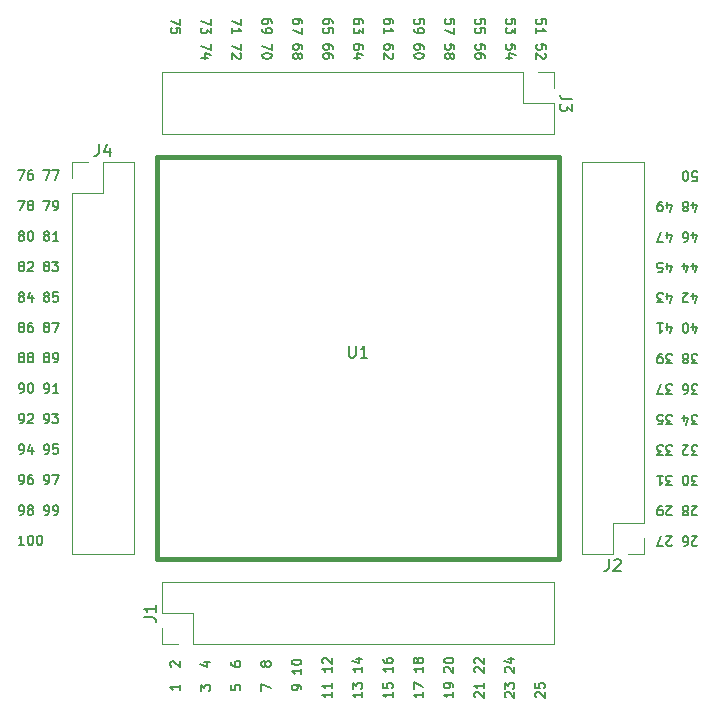
<source format=gbr>
%TF.GenerationSoftware,KiCad,Pcbnew,5.99.0-unknown-1463dd1~101~ubuntu20.04.1*%
%TF.CreationDate,2020-07-07T22:40:51-04:00*%
%TF.ProjectId,QFPbreakout,51465062-7265-4616-9b6f-75742e6b6963,rev?*%
%TF.SameCoordinates,Original*%
%TF.FileFunction,Legend,Top*%
%TF.FilePolarity,Positive*%
%FSLAX46Y46*%
G04 Gerber Fmt 4.6, Leading zero omitted, Abs format (unit mm)*
G04 Created by KiCad (PCBNEW 5.99.0-unknown-1463dd1~101~ubuntu20.04.1) date 2020-07-07 22:40:51*
%MOMM*%
%LPD*%
G01*
G04 APERTURE LIST*
%ADD10C,0.200000*%
%ADD11C,0.150000*%
%ADD12C,0.400000*%
%ADD13C,0.120000*%
G04 APERTURE END LIST*
D10*
X115894095Y-71701428D02*
X115894095Y-71320476D01*
X115513142Y-71282380D01*
X115551238Y-71320476D01*
X115589333Y-71396666D01*
X115589333Y-71587142D01*
X115551238Y-71663333D01*
X115513142Y-71701428D01*
X115436952Y-71739523D01*
X115246476Y-71739523D01*
X115170285Y-71701428D01*
X115132190Y-71663333D01*
X115094095Y-71587142D01*
X115094095Y-71396666D01*
X115132190Y-71320476D01*
X115170285Y-71282380D01*
X115094095Y-72501428D02*
X115094095Y-72044285D01*
X115094095Y-72272857D02*
X115894095Y-72272857D01*
X115779809Y-72196666D01*
X115703619Y-72120476D01*
X115665523Y-72044285D01*
X115894095Y-73834761D02*
X115894095Y-73453809D01*
X115513142Y-73415714D01*
X115551238Y-73453809D01*
X115589333Y-73530000D01*
X115589333Y-73720476D01*
X115551238Y-73796666D01*
X115513142Y-73834761D01*
X115436952Y-73872857D01*
X115246476Y-73872857D01*
X115170285Y-73834761D01*
X115132190Y-73796666D01*
X115094095Y-73720476D01*
X115094095Y-73530000D01*
X115132190Y-73453809D01*
X115170285Y-73415714D01*
X115817904Y-74177619D02*
X115856000Y-74215714D01*
X115894095Y-74291904D01*
X115894095Y-74482380D01*
X115856000Y-74558571D01*
X115817904Y-74596666D01*
X115741714Y-74634761D01*
X115665523Y-74634761D01*
X115551238Y-74596666D01*
X115094095Y-74139523D01*
X115094095Y-74634761D01*
X113318095Y-71701428D02*
X113318095Y-71320476D01*
X112937142Y-71282380D01*
X112975238Y-71320476D01*
X113013333Y-71396666D01*
X113013333Y-71587142D01*
X112975238Y-71663333D01*
X112937142Y-71701428D01*
X112860952Y-71739523D01*
X112670476Y-71739523D01*
X112594285Y-71701428D01*
X112556190Y-71663333D01*
X112518095Y-71587142D01*
X112518095Y-71396666D01*
X112556190Y-71320476D01*
X112594285Y-71282380D01*
X113318095Y-72006190D02*
X113318095Y-72501428D01*
X113013333Y-72234761D01*
X113013333Y-72349047D01*
X112975238Y-72425238D01*
X112937142Y-72463333D01*
X112860952Y-72501428D01*
X112670476Y-72501428D01*
X112594285Y-72463333D01*
X112556190Y-72425238D01*
X112518095Y-72349047D01*
X112518095Y-72120476D01*
X112556190Y-72044285D01*
X112594285Y-72006190D01*
X113318095Y-73834761D02*
X113318095Y-73453809D01*
X112937142Y-73415714D01*
X112975238Y-73453809D01*
X113013333Y-73530000D01*
X113013333Y-73720476D01*
X112975238Y-73796666D01*
X112937142Y-73834761D01*
X112860952Y-73872857D01*
X112670476Y-73872857D01*
X112594285Y-73834761D01*
X112556190Y-73796666D01*
X112518095Y-73720476D01*
X112518095Y-73530000D01*
X112556190Y-73453809D01*
X112594285Y-73415714D01*
X113051428Y-74558571D02*
X112518095Y-74558571D01*
X113356190Y-74368095D02*
X112784761Y-74177619D01*
X112784761Y-74672857D01*
X110742095Y-71701428D02*
X110742095Y-71320476D01*
X110361142Y-71282380D01*
X110399238Y-71320476D01*
X110437333Y-71396666D01*
X110437333Y-71587142D01*
X110399238Y-71663333D01*
X110361142Y-71701428D01*
X110284952Y-71739523D01*
X110094476Y-71739523D01*
X110018285Y-71701428D01*
X109980190Y-71663333D01*
X109942095Y-71587142D01*
X109942095Y-71396666D01*
X109980190Y-71320476D01*
X110018285Y-71282380D01*
X110742095Y-72463333D02*
X110742095Y-72082380D01*
X110361142Y-72044285D01*
X110399238Y-72082380D01*
X110437333Y-72158571D01*
X110437333Y-72349047D01*
X110399238Y-72425238D01*
X110361142Y-72463333D01*
X110284952Y-72501428D01*
X110094476Y-72501428D01*
X110018285Y-72463333D01*
X109980190Y-72425238D01*
X109942095Y-72349047D01*
X109942095Y-72158571D01*
X109980190Y-72082380D01*
X110018285Y-72044285D01*
X110742095Y-73834761D02*
X110742095Y-73453809D01*
X110361142Y-73415714D01*
X110399238Y-73453809D01*
X110437333Y-73530000D01*
X110437333Y-73720476D01*
X110399238Y-73796666D01*
X110361142Y-73834761D01*
X110284952Y-73872857D01*
X110094476Y-73872857D01*
X110018285Y-73834761D01*
X109980190Y-73796666D01*
X109942095Y-73720476D01*
X109942095Y-73530000D01*
X109980190Y-73453809D01*
X110018285Y-73415714D01*
X110742095Y-74558571D02*
X110742095Y-74406190D01*
X110704000Y-74330000D01*
X110665904Y-74291904D01*
X110551619Y-74215714D01*
X110399238Y-74177619D01*
X110094476Y-74177619D01*
X110018285Y-74215714D01*
X109980190Y-74253809D01*
X109942095Y-74330000D01*
X109942095Y-74482380D01*
X109980190Y-74558571D01*
X110018285Y-74596666D01*
X110094476Y-74634761D01*
X110284952Y-74634761D01*
X110361142Y-74596666D01*
X110399238Y-74558571D01*
X110437333Y-74482380D01*
X110437333Y-74330000D01*
X110399238Y-74253809D01*
X110361142Y-74215714D01*
X110284952Y-74177619D01*
X108166095Y-71701428D02*
X108166095Y-71320476D01*
X107785142Y-71282380D01*
X107823238Y-71320476D01*
X107861333Y-71396666D01*
X107861333Y-71587142D01*
X107823238Y-71663333D01*
X107785142Y-71701428D01*
X107708952Y-71739523D01*
X107518476Y-71739523D01*
X107442285Y-71701428D01*
X107404190Y-71663333D01*
X107366095Y-71587142D01*
X107366095Y-71396666D01*
X107404190Y-71320476D01*
X107442285Y-71282380D01*
X108166095Y-72006190D02*
X108166095Y-72539523D01*
X107366095Y-72196666D01*
X108166095Y-73834761D02*
X108166095Y-73453809D01*
X107785142Y-73415714D01*
X107823238Y-73453809D01*
X107861333Y-73530000D01*
X107861333Y-73720476D01*
X107823238Y-73796666D01*
X107785142Y-73834761D01*
X107708952Y-73872857D01*
X107518476Y-73872857D01*
X107442285Y-73834761D01*
X107404190Y-73796666D01*
X107366095Y-73720476D01*
X107366095Y-73530000D01*
X107404190Y-73453809D01*
X107442285Y-73415714D01*
X107823238Y-74330000D02*
X107861333Y-74253809D01*
X107899428Y-74215714D01*
X107975619Y-74177619D01*
X108013714Y-74177619D01*
X108089904Y-74215714D01*
X108128000Y-74253809D01*
X108166095Y-74330000D01*
X108166095Y-74482380D01*
X108128000Y-74558571D01*
X108089904Y-74596666D01*
X108013714Y-74634761D01*
X107975619Y-74634761D01*
X107899428Y-74596666D01*
X107861333Y-74558571D01*
X107823238Y-74482380D01*
X107823238Y-74330000D01*
X107785142Y-74253809D01*
X107747047Y-74215714D01*
X107670857Y-74177619D01*
X107518476Y-74177619D01*
X107442285Y-74215714D01*
X107404190Y-74253809D01*
X107366095Y-74330000D01*
X107366095Y-74482380D01*
X107404190Y-74558571D01*
X107442285Y-74596666D01*
X107518476Y-74634761D01*
X107670857Y-74634761D01*
X107747047Y-74596666D01*
X107785142Y-74558571D01*
X107823238Y-74482380D01*
X105590095Y-71701428D02*
X105590095Y-71320476D01*
X105209142Y-71282380D01*
X105247238Y-71320476D01*
X105285333Y-71396666D01*
X105285333Y-71587142D01*
X105247238Y-71663333D01*
X105209142Y-71701428D01*
X105132952Y-71739523D01*
X104942476Y-71739523D01*
X104866285Y-71701428D01*
X104828190Y-71663333D01*
X104790095Y-71587142D01*
X104790095Y-71396666D01*
X104828190Y-71320476D01*
X104866285Y-71282380D01*
X104790095Y-72120476D02*
X104790095Y-72272857D01*
X104828190Y-72349047D01*
X104866285Y-72387142D01*
X104980571Y-72463333D01*
X105132952Y-72501428D01*
X105437714Y-72501428D01*
X105513904Y-72463333D01*
X105552000Y-72425238D01*
X105590095Y-72349047D01*
X105590095Y-72196666D01*
X105552000Y-72120476D01*
X105513904Y-72082380D01*
X105437714Y-72044285D01*
X105247238Y-72044285D01*
X105171047Y-72082380D01*
X105132952Y-72120476D01*
X105094857Y-72196666D01*
X105094857Y-72349047D01*
X105132952Y-72425238D01*
X105171047Y-72463333D01*
X105247238Y-72501428D01*
X105590095Y-73796666D02*
X105590095Y-73644285D01*
X105552000Y-73568095D01*
X105513904Y-73530000D01*
X105399619Y-73453809D01*
X105247238Y-73415714D01*
X104942476Y-73415714D01*
X104866285Y-73453809D01*
X104828190Y-73491904D01*
X104790095Y-73568095D01*
X104790095Y-73720476D01*
X104828190Y-73796666D01*
X104866285Y-73834761D01*
X104942476Y-73872857D01*
X105132952Y-73872857D01*
X105209142Y-73834761D01*
X105247238Y-73796666D01*
X105285333Y-73720476D01*
X105285333Y-73568095D01*
X105247238Y-73491904D01*
X105209142Y-73453809D01*
X105132952Y-73415714D01*
X105590095Y-74368095D02*
X105590095Y-74444285D01*
X105552000Y-74520476D01*
X105513904Y-74558571D01*
X105437714Y-74596666D01*
X105285333Y-74634761D01*
X105094857Y-74634761D01*
X104942476Y-74596666D01*
X104866285Y-74558571D01*
X104828190Y-74520476D01*
X104790095Y-74444285D01*
X104790095Y-74368095D01*
X104828190Y-74291904D01*
X104866285Y-74253809D01*
X104942476Y-74215714D01*
X105094857Y-74177619D01*
X105285333Y-74177619D01*
X105437714Y-74215714D01*
X105513904Y-74253809D01*
X105552000Y-74291904D01*
X105590095Y-74368095D01*
X103014095Y-71663333D02*
X103014095Y-71510952D01*
X102976000Y-71434761D01*
X102937904Y-71396666D01*
X102823619Y-71320476D01*
X102671238Y-71282380D01*
X102366476Y-71282380D01*
X102290285Y-71320476D01*
X102252190Y-71358571D01*
X102214095Y-71434761D01*
X102214095Y-71587142D01*
X102252190Y-71663333D01*
X102290285Y-71701428D01*
X102366476Y-71739523D01*
X102556952Y-71739523D01*
X102633142Y-71701428D01*
X102671238Y-71663333D01*
X102709333Y-71587142D01*
X102709333Y-71434761D01*
X102671238Y-71358571D01*
X102633142Y-71320476D01*
X102556952Y-71282380D01*
X102214095Y-72501428D02*
X102214095Y-72044285D01*
X102214095Y-72272857D02*
X103014095Y-72272857D01*
X102899809Y-72196666D01*
X102823619Y-72120476D01*
X102785523Y-72044285D01*
X103014095Y-73796666D02*
X103014095Y-73644285D01*
X102976000Y-73568095D01*
X102937904Y-73530000D01*
X102823619Y-73453809D01*
X102671238Y-73415714D01*
X102366476Y-73415714D01*
X102290285Y-73453809D01*
X102252190Y-73491904D01*
X102214095Y-73568095D01*
X102214095Y-73720476D01*
X102252190Y-73796666D01*
X102290285Y-73834761D01*
X102366476Y-73872857D01*
X102556952Y-73872857D01*
X102633142Y-73834761D01*
X102671238Y-73796666D01*
X102709333Y-73720476D01*
X102709333Y-73568095D01*
X102671238Y-73491904D01*
X102633142Y-73453809D01*
X102556952Y-73415714D01*
X102937904Y-74177619D02*
X102976000Y-74215714D01*
X103014095Y-74291904D01*
X103014095Y-74482380D01*
X102976000Y-74558571D01*
X102937904Y-74596666D01*
X102861714Y-74634761D01*
X102785523Y-74634761D01*
X102671238Y-74596666D01*
X102214095Y-74139523D01*
X102214095Y-74634761D01*
X100438095Y-71663333D02*
X100438095Y-71510952D01*
X100400000Y-71434761D01*
X100361904Y-71396666D01*
X100247619Y-71320476D01*
X100095238Y-71282380D01*
X99790476Y-71282380D01*
X99714285Y-71320476D01*
X99676190Y-71358571D01*
X99638095Y-71434761D01*
X99638095Y-71587142D01*
X99676190Y-71663333D01*
X99714285Y-71701428D01*
X99790476Y-71739523D01*
X99980952Y-71739523D01*
X100057142Y-71701428D01*
X100095238Y-71663333D01*
X100133333Y-71587142D01*
X100133333Y-71434761D01*
X100095238Y-71358571D01*
X100057142Y-71320476D01*
X99980952Y-71282380D01*
X100438095Y-72006190D02*
X100438095Y-72501428D01*
X100133333Y-72234761D01*
X100133333Y-72349047D01*
X100095238Y-72425238D01*
X100057142Y-72463333D01*
X99980952Y-72501428D01*
X99790476Y-72501428D01*
X99714285Y-72463333D01*
X99676190Y-72425238D01*
X99638095Y-72349047D01*
X99638095Y-72120476D01*
X99676190Y-72044285D01*
X99714285Y-72006190D01*
X100438095Y-73796666D02*
X100438095Y-73644285D01*
X100400000Y-73568095D01*
X100361904Y-73530000D01*
X100247619Y-73453809D01*
X100095238Y-73415714D01*
X99790476Y-73415714D01*
X99714285Y-73453809D01*
X99676190Y-73491904D01*
X99638095Y-73568095D01*
X99638095Y-73720476D01*
X99676190Y-73796666D01*
X99714285Y-73834761D01*
X99790476Y-73872857D01*
X99980952Y-73872857D01*
X100057142Y-73834761D01*
X100095238Y-73796666D01*
X100133333Y-73720476D01*
X100133333Y-73568095D01*
X100095238Y-73491904D01*
X100057142Y-73453809D01*
X99980952Y-73415714D01*
X100171428Y-74558571D02*
X99638095Y-74558571D01*
X100476190Y-74368095D02*
X99904761Y-74177619D01*
X99904761Y-74672857D01*
X97862095Y-71663333D02*
X97862095Y-71510952D01*
X97824000Y-71434761D01*
X97785904Y-71396666D01*
X97671619Y-71320476D01*
X97519238Y-71282380D01*
X97214476Y-71282380D01*
X97138285Y-71320476D01*
X97100190Y-71358571D01*
X97062095Y-71434761D01*
X97062095Y-71587142D01*
X97100190Y-71663333D01*
X97138285Y-71701428D01*
X97214476Y-71739523D01*
X97404952Y-71739523D01*
X97481142Y-71701428D01*
X97519238Y-71663333D01*
X97557333Y-71587142D01*
X97557333Y-71434761D01*
X97519238Y-71358571D01*
X97481142Y-71320476D01*
X97404952Y-71282380D01*
X97862095Y-72463333D02*
X97862095Y-72082380D01*
X97481142Y-72044285D01*
X97519238Y-72082380D01*
X97557333Y-72158571D01*
X97557333Y-72349047D01*
X97519238Y-72425238D01*
X97481142Y-72463333D01*
X97404952Y-72501428D01*
X97214476Y-72501428D01*
X97138285Y-72463333D01*
X97100190Y-72425238D01*
X97062095Y-72349047D01*
X97062095Y-72158571D01*
X97100190Y-72082380D01*
X97138285Y-72044285D01*
X97862095Y-73796666D02*
X97862095Y-73644285D01*
X97824000Y-73568095D01*
X97785904Y-73530000D01*
X97671619Y-73453809D01*
X97519238Y-73415714D01*
X97214476Y-73415714D01*
X97138285Y-73453809D01*
X97100190Y-73491904D01*
X97062095Y-73568095D01*
X97062095Y-73720476D01*
X97100190Y-73796666D01*
X97138285Y-73834761D01*
X97214476Y-73872857D01*
X97404952Y-73872857D01*
X97481142Y-73834761D01*
X97519238Y-73796666D01*
X97557333Y-73720476D01*
X97557333Y-73568095D01*
X97519238Y-73491904D01*
X97481142Y-73453809D01*
X97404952Y-73415714D01*
X97862095Y-74558571D02*
X97862095Y-74406190D01*
X97824000Y-74330000D01*
X97785904Y-74291904D01*
X97671619Y-74215714D01*
X97519238Y-74177619D01*
X97214476Y-74177619D01*
X97138285Y-74215714D01*
X97100190Y-74253809D01*
X97062095Y-74330000D01*
X97062095Y-74482380D01*
X97100190Y-74558571D01*
X97138285Y-74596666D01*
X97214476Y-74634761D01*
X97404952Y-74634761D01*
X97481142Y-74596666D01*
X97519238Y-74558571D01*
X97557333Y-74482380D01*
X97557333Y-74330000D01*
X97519238Y-74253809D01*
X97481142Y-74215714D01*
X97404952Y-74177619D01*
X95286095Y-71663333D02*
X95286095Y-71510952D01*
X95248000Y-71434761D01*
X95209904Y-71396666D01*
X95095619Y-71320476D01*
X94943238Y-71282380D01*
X94638476Y-71282380D01*
X94562285Y-71320476D01*
X94524190Y-71358571D01*
X94486095Y-71434761D01*
X94486095Y-71587142D01*
X94524190Y-71663333D01*
X94562285Y-71701428D01*
X94638476Y-71739523D01*
X94828952Y-71739523D01*
X94905142Y-71701428D01*
X94943238Y-71663333D01*
X94981333Y-71587142D01*
X94981333Y-71434761D01*
X94943238Y-71358571D01*
X94905142Y-71320476D01*
X94828952Y-71282380D01*
X95286095Y-72006190D02*
X95286095Y-72539523D01*
X94486095Y-72196666D01*
X95286095Y-73796666D02*
X95286095Y-73644285D01*
X95248000Y-73568095D01*
X95209904Y-73530000D01*
X95095619Y-73453809D01*
X94943238Y-73415714D01*
X94638476Y-73415714D01*
X94562285Y-73453809D01*
X94524190Y-73491904D01*
X94486095Y-73568095D01*
X94486095Y-73720476D01*
X94524190Y-73796666D01*
X94562285Y-73834761D01*
X94638476Y-73872857D01*
X94828952Y-73872857D01*
X94905142Y-73834761D01*
X94943238Y-73796666D01*
X94981333Y-73720476D01*
X94981333Y-73568095D01*
X94943238Y-73491904D01*
X94905142Y-73453809D01*
X94828952Y-73415714D01*
X94943238Y-74330000D02*
X94981333Y-74253809D01*
X95019428Y-74215714D01*
X95095619Y-74177619D01*
X95133714Y-74177619D01*
X95209904Y-74215714D01*
X95248000Y-74253809D01*
X95286095Y-74330000D01*
X95286095Y-74482380D01*
X95248000Y-74558571D01*
X95209904Y-74596666D01*
X95133714Y-74634761D01*
X95095619Y-74634761D01*
X95019428Y-74596666D01*
X94981333Y-74558571D01*
X94943238Y-74482380D01*
X94943238Y-74330000D01*
X94905142Y-74253809D01*
X94867047Y-74215714D01*
X94790857Y-74177619D01*
X94638476Y-74177619D01*
X94562285Y-74215714D01*
X94524190Y-74253809D01*
X94486095Y-74330000D01*
X94486095Y-74482380D01*
X94524190Y-74558571D01*
X94562285Y-74596666D01*
X94638476Y-74634761D01*
X94790857Y-74634761D01*
X94867047Y-74596666D01*
X94905142Y-74558571D01*
X94943238Y-74482380D01*
X92710095Y-71663333D02*
X92710095Y-71510952D01*
X92672000Y-71434761D01*
X92633904Y-71396666D01*
X92519619Y-71320476D01*
X92367238Y-71282380D01*
X92062476Y-71282380D01*
X91986285Y-71320476D01*
X91948190Y-71358571D01*
X91910095Y-71434761D01*
X91910095Y-71587142D01*
X91948190Y-71663333D01*
X91986285Y-71701428D01*
X92062476Y-71739523D01*
X92252952Y-71739523D01*
X92329142Y-71701428D01*
X92367238Y-71663333D01*
X92405333Y-71587142D01*
X92405333Y-71434761D01*
X92367238Y-71358571D01*
X92329142Y-71320476D01*
X92252952Y-71282380D01*
X91910095Y-72120476D02*
X91910095Y-72272857D01*
X91948190Y-72349047D01*
X91986285Y-72387142D01*
X92100571Y-72463333D01*
X92252952Y-72501428D01*
X92557714Y-72501428D01*
X92633904Y-72463333D01*
X92672000Y-72425238D01*
X92710095Y-72349047D01*
X92710095Y-72196666D01*
X92672000Y-72120476D01*
X92633904Y-72082380D01*
X92557714Y-72044285D01*
X92367238Y-72044285D01*
X92291047Y-72082380D01*
X92252952Y-72120476D01*
X92214857Y-72196666D01*
X92214857Y-72349047D01*
X92252952Y-72425238D01*
X92291047Y-72463333D01*
X92367238Y-72501428D01*
X92710095Y-73377619D02*
X92710095Y-73910952D01*
X91910095Y-73568095D01*
X92710095Y-74368095D02*
X92710095Y-74444285D01*
X92672000Y-74520476D01*
X92633904Y-74558571D01*
X92557714Y-74596666D01*
X92405333Y-74634761D01*
X92214857Y-74634761D01*
X92062476Y-74596666D01*
X91986285Y-74558571D01*
X91948190Y-74520476D01*
X91910095Y-74444285D01*
X91910095Y-74368095D01*
X91948190Y-74291904D01*
X91986285Y-74253809D01*
X92062476Y-74215714D01*
X92214857Y-74177619D01*
X92405333Y-74177619D01*
X92557714Y-74215714D01*
X92633904Y-74253809D01*
X92672000Y-74291904D01*
X92710095Y-74368095D01*
X90134095Y-71244285D02*
X90134095Y-71777619D01*
X89334095Y-71434761D01*
X89334095Y-72501428D02*
X89334095Y-72044285D01*
X89334095Y-72272857D02*
X90134095Y-72272857D01*
X90019809Y-72196666D01*
X89943619Y-72120476D01*
X89905523Y-72044285D01*
X90134095Y-73377619D02*
X90134095Y-73910952D01*
X89334095Y-73568095D01*
X90057904Y-74177619D02*
X90096000Y-74215714D01*
X90134095Y-74291904D01*
X90134095Y-74482380D01*
X90096000Y-74558571D01*
X90057904Y-74596666D01*
X89981714Y-74634761D01*
X89905523Y-74634761D01*
X89791238Y-74596666D01*
X89334095Y-74139523D01*
X89334095Y-74634761D01*
X87558095Y-71244285D02*
X87558095Y-71777619D01*
X86758095Y-71434761D01*
X87558095Y-72006190D02*
X87558095Y-72501428D01*
X87253333Y-72234761D01*
X87253333Y-72349047D01*
X87215238Y-72425238D01*
X87177142Y-72463333D01*
X87100952Y-72501428D01*
X86910476Y-72501428D01*
X86834285Y-72463333D01*
X86796190Y-72425238D01*
X86758095Y-72349047D01*
X86758095Y-72120476D01*
X86796190Y-72044285D01*
X86834285Y-72006190D01*
X87558095Y-73377619D02*
X87558095Y-73910952D01*
X86758095Y-73568095D01*
X87291428Y-74558571D02*
X86758095Y-74558571D01*
X87596190Y-74368095D02*
X87024761Y-74177619D01*
X87024761Y-74672857D01*
X84982095Y-71244285D02*
X84982095Y-71777619D01*
X84182095Y-71434761D01*
X84982095Y-72463333D02*
X84982095Y-72082380D01*
X84601142Y-72044285D01*
X84639238Y-72082380D01*
X84677333Y-72158571D01*
X84677333Y-72349047D01*
X84639238Y-72425238D01*
X84601142Y-72463333D01*
X84524952Y-72501428D01*
X84334476Y-72501428D01*
X84258285Y-72463333D01*
X84220190Y-72425238D01*
X84182095Y-72349047D01*
X84182095Y-72158571D01*
X84220190Y-72082380D01*
X84258285Y-72044285D01*
X71244285Y-84105904D02*
X71777619Y-84105904D01*
X71434761Y-84905904D01*
X72425238Y-84105904D02*
X72272857Y-84105904D01*
X72196666Y-84144000D01*
X72158571Y-84182095D01*
X72082380Y-84296380D01*
X72044285Y-84448761D01*
X72044285Y-84753523D01*
X72082380Y-84829714D01*
X72120476Y-84867809D01*
X72196666Y-84905904D01*
X72349047Y-84905904D01*
X72425238Y-84867809D01*
X72463333Y-84829714D01*
X72501428Y-84753523D01*
X72501428Y-84563047D01*
X72463333Y-84486857D01*
X72425238Y-84448761D01*
X72349047Y-84410666D01*
X72196666Y-84410666D01*
X72120476Y-84448761D01*
X72082380Y-84486857D01*
X72044285Y-84563047D01*
X73377619Y-84105904D02*
X73910952Y-84105904D01*
X73568095Y-84905904D01*
X74139523Y-84105904D02*
X74672857Y-84105904D01*
X74330000Y-84905904D01*
X71244285Y-86681904D02*
X71777619Y-86681904D01*
X71434761Y-87481904D01*
X72196666Y-87024761D02*
X72120476Y-86986666D01*
X72082380Y-86948571D01*
X72044285Y-86872380D01*
X72044285Y-86834285D01*
X72082380Y-86758095D01*
X72120476Y-86720000D01*
X72196666Y-86681904D01*
X72349047Y-86681904D01*
X72425238Y-86720000D01*
X72463333Y-86758095D01*
X72501428Y-86834285D01*
X72501428Y-86872380D01*
X72463333Y-86948571D01*
X72425238Y-86986666D01*
X72349047Y-87024761D01*
X72196666Y-87024761D01*
X72120476Y-87062857D01*
X72082380Y-87100952D01*
X72044285Y-87177142D01*
X72044285Y-87329523D01*
X72082380Y-87405714D01*
X72120476Y-87443809D01*
X72196666Y-87481904D01*
X72349047Y-87481904D01*
X72425238Y-87443809D01*
X72463333Y-87405714D01*
X72501428Y-87329523D01*
X72501428Y-87177142D01*
X72463333Y-87100952D01*
X72425238Y-87062857D01*
X72349047Y-87024761D01*
X73377619Y-86681904D02*
X73910952Y-86681904D01*
X73568095Y-87481904D01*
X74253809Y-87481904D02*
X74406190Y-87481904D01*
X74482380Y-87443809D01*
X74520476Y-87405714D01*
X74596666Y-87291428D01*
X74634761Y-87139047D01*
X74634761Y-86834285D01*
X74596666Y-86758095D01*
X74558571Y-86720000D01*
X74482380Y-86681904D01*
X74330000Y-86681904D01*
X74253809Y-86720000D01*
X74215714Y-86758095D01*
X74177619Y-86834285D01*
X74177619Y-87024761D01*
X74215714Y-87100952D01*
X74253809Y-87139047D01*
X74330000Y-87177142D01*
X74482380Y-87177142D01*
X74558571Y-87139047D01*
X74596666Y-87100952D01*
X74634761Y-87024761D01*
X71434761Y-89600761D02*
X71358571Y-89562666D01*
X71320476Y-89524571D01*
X71282380Y-89448380D01*
X71282380Y-89410285D01*
X71320476Y-89334095D01*
X71358571Y-89296000D01*
X71434761Y-89257904D01*
X71587142Y-89257904D01*
X71663333Y-89296000D01*
X71701428Y-89334095D01*
X71739523Y-89410285D01*
X71739523Y-89448380D01*
X71701428Y-89524571D01*
X71663333Y-89562666D01*
X71587142Y-89600761D01*
X71434761Y-89600761D01*
X71358571Y-89638857D01*
X71320476Y-89676952D01*
X71282380Y-89753142D01*
X71282380Y-89905523D01*
X71320476Y-89981714D01*
X71358571Y-90019809D01*
X71434761Y-90057904D01*
X71587142Y-90057904D01*
X71663333Y-90019809D01*
X71701428Y-89981714D01*
X71739523Y-89905523D01*
X71739523Y-89753142D01*
X71701428Y-89676952D01*
X71663333Y-89638857D01*
X71587142Y-89600761D01*
X72234761Y-89257904D02*
X72310952Y-89257904D01*
X72387142Y-89296000D01*
X72425238Y-89334095D01*
X72463333Y-89410285D01*
X72501428Y-89562666D01*
X72501428Y-89753142D01*
X72463333Y-89905523D01*
X72425238Y-89981714D01*
X72387142Y-90019809D01*
X72310952Y-90057904D01*
X72234761Y-90057904D01*
X72158571Y-90019809D01*
X72120476Y-89981714D01*
X72082380Y-89905523D01*
X72044285Y-89753142D01*
X72044285Y-89562666D01*
X72082380Y-89410285D01*
X72120476Y-89334095D01*
X72158571Y-89296000D01*
X72234761Y-89257904D01*
X73568095Y-89600761D02*
X73491904Y-89562666D01*
X73453809Y-89524571D01*
X73415714Y-89448380D01*
X73415714Y-89410285D01*
X73453809Y-89334095D01*
X73491904Y-89296000D01*
X73568095Y-89257904D01*
X73720476Y-89257904D01*
X73796666Y-89296000D01*
X73834761Y-89334095D01*
X73872857Y-89410285D01*
X73872857Y-89448380D01*
X73834761Y-89524571D01*
X73796666Y-89562666D01*
X73720476Y-89600761D01*
X73568095Y-89600761D01*
X73491904Y-89638857D01*
X73453809Y-89676952D01*
X73415714Y-89753142D01*
X73415714Y-89905523D01*
X73453809Y-89981714D01*
X73491904Y-90019809D01*
X73568095Y-90057904D01*
X73720476Y-90057904D01*
X73796666Y-90019809D01*
X73834761Y-89981714D01*
X73872857Y-89905523D01*
X73872857Y-89753142D01*
X73834761Y-89676952D01*
X73796666Y-89638857D01*
X73720476Y-89600761D01*
X74634761Y-90057904D02*
X74177619Y-90057904D01*
X74406190Y-90057904D02*
X74406190Y-89257904D01*
X74330000Y-89372190D01*
X74253809Y-89448380D01*
X74177619Y-89486476D01*
X71434761Y-92176761D02*
X71358571Y-92138666D01*
X71320476Y-92100571D01*
X71282380Y-92024380D01*
X71282380Y-91986285D01*
X71320476Y-91910095D01*
X71358571Y-91872000D01*
X71434761Y-91833904D01*
X71587142Y-91833904D01*
X71663333Y-91872000D01*
X71701428Y-91910095D01*
X71739523Y-91986285D01*
X71739523Y-92024380D01*
X71701428Y-92100571D01*
X71663333Y-92138666D01*
X71587142Y-92176761D01*
X71434761Y-92176761D01*
X71358571Y-92214857D01*
X71320476Y-92252952D01*
X71282380Y-92329142D01*
X71282380Y-92481523D01*
X71320476Y-92557714D01*
X71358571Y-92595809D01*
X71434761Y-92633904D01*
X71587142Y-92633904D01*
X71663333Y-92595809D01*
X71701428Y-92557714D01*
X71739523Y-92481523D01*
X71739523Y-92329142D01*
X71701428Y-92252952D01*
X71663333Y-92214857D01*
X71587142Y-92176761D01*
X72044285Y-91910095D02*
X72082380Y-91872000D01*
X72158571Y-91833904D01*
X72349047Y-91833904D01*
X72425238Y-91872000D01*
X72463333Y-91910095D01*
X72501428Y-91986285D01*
X72501428Y-92062476D01*
X72463333Y-92176761D01*
X72006190Y-92633904D01*
X72501428Y-92633904D01*
X73568095Y-92176761D02*
X73491904Y-92138666D01*
X73453809Y-92100571D01*
X73415714Y-92024380D01*
X73415714Y-91986285D01*
X73453809Y-91910095D01*
X73491904Y-91872000D01*
X73568095Y-91833904D01*
X73720476Y-91833904D01*
X73796666Y-91872000D01*
X73834761Y-91910095D01*
X73872857Y-91986285D01*
X73872857Y-92024380D01*
X73834761Y-92100571D01*
X73796666Y-92138666D01*
X73720476Y-92176761D01*
X73568095Y-92176761D01*
X73491904Y-92214857D01*
X73453809Y-92252952D01*
X73415714Y-92329142D01*
X73415714Y-92481523D01*
X73453809Y-92557714D01*
X73491904Y-92595809D01*
X73568095Y-92633904D01*
X73720476Y-92633904D01*
X73796666Y-92595809D01*
X73834761Y-92557714D01*
X73872857Y-92481523D01*
X73872857Y-92329142D01*
X73834761Y-92252952D01*
X73796666Y-92214857D01*
X73720476Y-92176761D01*
X74139523Y-91833904D02*
X74634761Y-91833904D01*
X74368095Y-92138666D01*
X74482380Y-92138666D01*
X74558571Y-92176761D01*
X74596666Y-92214857D01*
X74634761Y-92291047D01*
X74634761Y-92481523D01*
X74596666Y-92557714D01*
X74558571Y-92595809D01*
X74482380Y-92633904D01*
X74253809Y-92633904D01*
X74177619Y-92595809D01*
X74139523Y-92557714D01*
X71434761Y-94752761D02*
X71358571Y-94714666D01*
X71320476Y-94676571D01*
X71282380Y-94600380D01*
X71282380Y-94562285D01*
X71320476Y-94486095D01*
X71358571Y-94448000D01*
X71434761Y-94409904D01*
X71587142Y-94409904D01*
X71663333Y-94448000D01*
X71701428Y-94486095D01*
X71739523Y-94562285D01*
X71739523Y-94600380D01*
X71701428Y-94676571D01*
X71663333Y-94714666D01*
X71587142Y-94752761D01*
X71434761Y-94752761D01*
X71358571Y-94790857D01*
X71320476Y-94828952D01*
X71282380Y-94905142D01*
X71282380Y-95057523D01*
X71320476Y-95133714D01*
X71358571Y-95171809D01*
X71434761Y-95209904D01*
X71587142Y-95209904D01*
X71663333Y-95171809D01*
X71701428Y-95133714D01*
X71739523Y-95057523D01*
X71739523Y-94905142D01*
X71701428Y-94828952D01*
X71663333Y-94790857D01*
X71587142Y-94752761D01*
X72425238Y-94676571D02*
X72425238Y-95209904D01*
X72234761Y-94371809D02*
X72044285Y-94943238D01*
X72539523Y-94943238D01*
X73568095Y-94752761D02*
X73491904Y-94714666D01*
X73453809Y-94676571D01*
X73415714Y-94600380D01*
X73415714Y-94562285D01*
X73453809Y-94486095D01*
X73491904Y-94448000D01*
X73568095Y-94409904D01*
X73720476Y-94409904D01*
X73796666Y-94448000D01*
X73834761Y-94486095D01*
X73872857Y-94562285D01*
X73872857Y-94600380D01*
X73834761Y-94676571D01*
X73796666Y-94714666D01*
X73720476Y-94752761D01*
X73568095Y-94752761D01*
X73491904Y-94790857D01*
X73453809Y-94828952D01*
X73415714Y-94905142D01*
X73415714Y-95057523D01*
X73453809Y-95133714D01*
X73491904Y-95171809D01*
X73568095Y-95209904D01*
X73720476Y-95209904D01*
X73796666Y-95171809D01*
X73834761Y-95133714D01*
X73872857Y-95057523D01*
X73872857Y-94905142D01*
X73834761Y-94828952D01*
X73796666Y-94790857D01*
X73720476Y-94752761D01*
X74596666Y-94409904D02*
X74215714Y-94409904D01*
X74177619Y-94790857D01*
X74215714Y-94752761D01*
X74291904Y-94714666D01*
X74482380Y-94714666D01*
X74558571Y-94752761D01*
X74596666Y-94790857D01*
X74634761Y-94867047D01*
X74634761Y-95057523D01*
X74596666Y-95133714D01*
X74558571Y-95171809D01*
X74482380Y-95209904D01*
X74291904Y-95209904D01*
X74215714Y-95171809D01*
X74177619Y-95133714D01*
X71434761Y-97328761D02*
X71358571Y-97290666D01*
X71320476Y-97252571D01*
X71282380Y-97176380D01*
X71282380Y-97138285D01*
X71320476Y-97062095D01*
X71358571Y-97024000D01*
X71434761Y-96985904D01*
X71587142Y-96985904D01*
X71663333Y-97024000D01*
X71701428Y-97062095D01*
X71739523Y-97138285D01*
X71739523Y-97176380D01*
X71701428Y-97252571D01*
X71663333Y-97290666D01*
X71587142Y-97328761D01*
X71434761Y-97328761D01*
X71358571Y-97366857D01*
X71320476Y-97404952D01*
X71282380Y-97481142D01*
X71282380Y-97633523D01*
X71320476Y-97709714D01*
X71358571Y-97747809D01*
X71434761Y-97785904D01*
X71587142Y-97785904D01*
X71663333Y-97747809D01*
X71701428Y-97709714D01*
X71739523Y-97633523D01*
X71739523Y-97481142D01*
X71701428Y-97404952D01*
X71663333Y-97366857D01*
X71587142Y-97328761D01*
X72425238Y-96985904D02*
X72272857Y-96985904D01*
X72196666Y-97024000D01*
X72158571Y-97062095D01*
X72082380Y-97176380D01*
X72044285Y-97328761D01*
X72044285Y-97633523D01*
X72082380Y-97709714D01*
X72120476Y-97747809D01*
X72196666Y-97785904D01*
X72349047Y-97785904D01*
X72425238Y-97747809D01*
X72463333Y-97709714D01*
X72501428Y-97633523D01*
X72501428Y-97443047D01*
X72463333Y-97366857D01*
X72425238Y-97328761D01*
X72349047Y-97290666D01*
X72196666Y-97290666D01*
X72120476Y-97328761D01*
X72082380Y-97366857D01*
X72044285Y-97443047D01*
X73568095Y-97328761D02*
X73491904Y-97290666D01*
X73453809Y-97252571D01*
X73415714Y-97176380D01*
X73415714Y-97138285D01*
X73453809Y-97062095D01*
X73491904Y-97024000D01*
X73568095Y-96985904D01*
X73720476Y-96985904D01*
X73796666Y-97024000D01*
X73834761Y-97062095D01*
X73872857Y-97138285D01*
X73872857Y-97176380D01*
X73834761Y-97252571D01*
X73796666Y-97290666D01*
X73720476Y-97328761D01*
X73568095Y-97328761D01*
X73491904Y-97366857D01*
X73453809Y-97404952D01*
X73415714Y-97481142D01*
X73415714Y-97633523D01*
X73453809Y-97709714D01*
X73491904Y-97747809D01*
X73568095Y-97785904D01*
X73720476Y-97785904D01*
X73796666Y-97747809D01*
X73834761Y-97709714D01*
X73872857Y-97633523D01*
X73872857Y-97481142D01*
X73834761Y-97404952D01*
X73796666Y-97366857D01*
X73720476Y-97328761D01*
X74139523Y-96985904D02*
X74672857Y-96985904D01*
X74330000Y-97785904D01*
X71434761Y-99904761D02*
X71358571Y-99866666D01*
X71320476Y-99828571D01*
X71282380Y-99752380D01*
X71282380Y-99714285D01*
X71320476Y-99638095D01*
X71358571Y-99600000D01*
X71434761Y-99561904D01*
X71587142Y-99561904D01*
X71663333Y-99600000D01*
X71701428Y-99638095D01*
X71739523Y-99714285D01*
X71739523Y-99752380D01*
X71701428Y-99828571D01*
X71663333Y-99866666D01*
X71587142Y-99904761D01*
X71434761Y-99904761D01*
X71358571Y-99942857D01*
X71320476Y-99980952D01*
X71282380Y-100057142D01*
X71282380Y-100209523D01*
X71320476Y-100285714D01*
X71358571Y-100323809D01*
X71434761Y-100361904D01*
X71587142Y-100361904D01*
X71663333Y-100323809D01*
X71701428Y-100285714D01*
X71739523Y-100209523D01*
X71739523Y-100057142D01*
X71701428Y-99980952D01*
X71663333Y-99942857D01*
X71587142Y-99904761D01*
X72196666Y-99904761D02*
X72120476Y-99866666D01*
X72082380Y-99828571D01*
X72044285Y-99752380D01*
X72044285Y-99714285D01*
X72082380Y-99638095D01*
X72120476Y-99600000D01*
X72196666Y-99561904D01*
X72349047Y-99561904D01*
X72425238Y-99600000D01*
X72463333Y-99638095D01*
X72501428Y-99714285D01*
X72501428Y-99752380D01*
X72463333Y-99828571D01*
X72425238Y-99866666D01*
X72349047Y-99904761D01*
X72196666Y-99904761D01*
X72120476Y-99942857D01*
X72082380Y-99980952D01*
X72044285Y-100057142D01*
X72044285Y-100209523D01*
X72082380Y-100285714D01*
X72120476Y-100323809D01*
X72196666Y-100361904D01*
X72349047Y-100361904D01*
X72425238Y-100323809D01*
X72463333Y-100285714D01*
X72501428Y-100209523D01*
X72501428Y-100057142D01*
X72463333Y-99980952D01*
X72425238Y-99942857D01*
X72349047Y-99904761D01*
X73568095Y-99904761D02*
X73491904Y-99866666D01*
X73453809Y-99828571D01*
X73415714Y-99752380D01*
X73415714Y-99714285D01*
X73453809Y-99638095D01*
X73491904Y-99600000D01*
X73568095Y-99561904D01*
X73720476Y-99561904D01*
X73796666Y-99600000D01*
X73834761Y-99638095D01*
X73872857Y-99714285D01*
X73872857Y-99752380D01*
X73834761Y-99828571D01*
X73796666Y-99866666D01*
X73720476Y-99904761D01*
X73568095Y-99904761D01*
X73491904Y-99942857D01*
X73453809Y-99980952D01*
X73415714Y-100057142D01*
X73415714Y-100209523D01*
X73453809Y-100285714D01*
X73491904Y-100323809D01*
X73568095Y-100361904D01*
X73720476Y-100361904D01*
X73796666Y-100323809D01*
X73834761Y-100285714D01*
X73872857Y-100209523D01*
X73872857Y-100057142D01*
X73834761Y-99980952D01*
X73796666Y-99942857D01*
X73720476Y-99904761D01*
X74253809Y-100361904D02*
X74406190Y-100361904D01*
X74482380Y-100323809D01*
X74520476Y-100285714D01*
X74596666Y-100171428D01*
X74634761Y-100019047D01*
X74634761Y-99714285D01*
X74596666Y-99638095D01*
X74558571Y-99600000D01*
X74482380Y-99561904D01*
X74330000Y-99561904D01*
X74253809Y-99600000D01*
X74215714Y-99638095D01*
X74177619Y-99714285D01*
X74177619Y-99904761D01*
X74215714Y-99980952D01*
X74253809Y-100019047D01*
X74330000Y-100057142D01*
X74482380Y-100057142D01*
X74558571Y-100019047D01*
X74596666Y-99980952D01*
X74634761Y-99904761D01*
X71358571Y-102937904D02*
X71510952Y-102937904D01*
X71587142Y-102899809D01*
X71625238Y-102861714D01*
X71701428Y-102747428D01*
X71739523Y-102595047D01*
X71739523Y-102290285D01*
X71701428Y-102214095D01*
X71663333Y-102176000D01*
X71587142Y-102137904D01*
X71434761Y-102137904D01*
X71358571Y-102176000D01*
X71320476Y-102214095D01*
X71282380Y-102290285D01*
X71282380Y-102480761D01*
X71320476Y-102556952D01*
X71358571Y-102595047D01*
X71434761Y-102633142D01*
X71587142Y-102633142D01*
X71663333Y-102595047D01*
X71701428Y-102556952D01*
X71739523Y-102480761D01*
X72234761Y-102137904D02*
X72310952Y-102137904D01*
X72387142Y-102176000D01*
X72425238Y-102214095D01*
X72463333Y-102290285D01*
X72501428Y-102442666D01*
X72501428Y-102633142D01*
X72463333Y-102785523D01*
X72425238Y-102861714D01*
X72387142Y-102899809D01*
X72310952Y-102937904D01*
X72234761Y-102937904D01*
X72158571Y-102899809D01*
X72120476Y-102861714D01*
X72082380Y-102785523D01*
X72044285Y-102633142D01*
X72044285Y-102442666D01*
X72082380Y-102290285D01*
X72120476Y-102214095D01*
X72158571Y-102176000D01*
X72234761Y-102137904D01*
X73491904Y-102937904D02*
X73644285Y-102937904D01*
X73720476Y-102899809D01*
X73758571Y-102861714D01*
X73834761Y-102747428D01*
X73872857Y-102595047D01*
X73872857Y-102290285D01*
X73834761Y-102214095D01*
X73796666Y-102176000D01*
X73720476Y-102137904D01*
X73568095Y-102137904D01*
X73491904Y-102176000D01*
X73453809Y-102214095D01*
X73415714Y-102290285D01*
X73415714Y-102480761D01*
X73453809Y-102556952D01*
X73491904Y-102595047D01*
X73568095Y-102633142D01*
X73720476Y-102633142D01*
X73796666Y-102595047D01*
X73834761Y-102556952D01*
X73872857Y-102480761D01*
X74634761Y-102937904D02*
X74177619Y-102937904D01*
X74406190Y-102937904D02*
X74406190Y-102137904D01*
X74330000Y-102252190D01*
X74253809Y-102328380D01*
X74177619Y-102366476D01*
X71358571Y-105513904D02*
X71510952Y-105513904D01*
X71587142Y-105475809D01*
X71625238Y-105437714D01*
X71701428Y-105323428D01*
X71739523Y-105171047D01*
X71739523Y-104866285D01*
X71701428Y-104790095D01*
X71663333Y-104752000D01*
X71587142Y-104713904D01*
X71434761Y-104713904D01*
X71358571Y-104752000D01*
X71320476Y-104790095D01*
X71282380Y-104866285D01*
X71282380Y-105056761D01*
X71320476Y-105132952D01*
X71358571Y-105171047D01*
X71434761Y-105209142D01*
X71587142Y-105209142D01*
X71663333Y-105171047D01*
X71701428Y-105132952D01*
X71739523Y-105056761D01*
X72044285Y-104790095D02*
X72082380Y-104752000D01*
X72158571Y-104713904D01*
X72349047Y-104713904D01*
X72425238Y-104752000D01*
X72463333Y-104790095D01*
X72501428Y-104866285D01*
X72501428Y-104942476D01*
X72463333Y-105056761D01*
X72006190Y-105513904D01*
X72501428Y-105513904D01*
X73491904Y-105513904D02*
X73644285Y-105513904D01*
X73720476Y-105475809D01*
X73758571Y-105437714D01*
X73834761Y-105323428D01*
X73872857Y-105171047D01*
X73872857Y-104866285D01*
X73834761Y-104790095D01*
X73796666Y-104752000D01*
X73720476Y-104713904D01*
X73568095Y-104713904D01*
X73491904Y-104752000D01*
X73453809Y-104790095D01*
X73415714Y-104866285D01*
X73415714Y-105056761D01*
X73453809Y-105132952D01*
X73491904Y-105171047D01*
X73568095Y-105209142D01*
X73720476Y-105209142D01*
X73796666Y-105171047D01*
X73834761Y-105132952D01*
X73872857Y-105056761D01*
X74139523Y-104713904D02*
X74634761Y-104713904D01*
X74368095Y-105018666D01*
X74482380Y-105018666D01*
X74558571Y-105056761D01*
X74596666Y-105094857D01*
X74634761Y-105171047D01*
X74634761Y-105361523D01*
X74596666Y-105437714D01*
X74558571Y-105475809D01*
X74482380Y-105513904D01*
X74253809Y-105513904D01*
X74177619Y-105475809D01*
X74139523Y-105437714D01*
X71358571Y-108089904D02*
X71510952Y-108089904D01*
X71587142Y-108051809D01*
X71625238Y-108013714D01*
X71701428Y-107899428D01*
X71739523Y-107747047D01*
X71739523Y-107442285D01*
X71701428Y-107366095D01*
X71663333Y-107328000D01*
X71587142Y-107289904D01*
X71434761Y-107289904D01*
X71358571Y-107328000D01*
X71320476Y-107366095D01*
X71282380Y-107442285D01*
X71282380Y-107632761D01*
X71320476Y-107708952D01*
X71358571Y-107747047D01*
X71434761Y-107785142D01*
X71587142Y-107785142D01*
X71663333Y-107747047D01*
X71701428Y-107708952D01*
X71739523Y-107632761D01*
X72425238Y-107556571D02*
X72425238Y-108089904D01*
X72234761Y-107251809D02*
X72044285Y-107823238D01*
X72539523Y-107823238D01*
X73491904Y-108089904D02*
X73644285Y-108089904D01*
X73720476Y-108051809D01*
X73758571Y-108013714D01*
X73834761Y-107899428D01*
X73872857Y-107747047D01*
X73872857Y-107442285D01*
X73834761Y-107366095D01*
X73796666Y-107328000D01*
X73720476Y-107289904D01*
X73568095Y-107289904D01*
X73491904Y-107328000D01*
X73453809Y-107366095D01*
X73415714Y-107442285D01*
X73415714Y-107632761D01*
X73453809Y-107708952D01*
X73491904Y-107747047D01*
X73568095Y-107785142D01*
X73720476Y-107785142D01*
X73796666Y-107747047D01*
X73834761Y-107708952D01*
X73872857Y-107632761D01*
X74596666Y-107289904D02*
X74215714Y-107289904D01*
X74177619Y-107670857D01*
X74215714Y-107632761D01*
X74291904Y-107594666D01*
X74482380Y-107594666D01*
X74558571Y-107632761D01*
X74596666Y-107670857D01*
X74634761Y-107747047D01*
X74634761Y-107937523D01*
X74596666Y-108013714D01*
X74558571Y-108051809D01*
X74482380Y-108089904D01*
X74291904Y-108089904D01*
X74215714Y-108051809D01*
X74177619Y-108013714D01*
X71358571Y-110665904D02*
X71510952Y-110665904D01*
X71587142Y-110627809D01*
X71625238Y-110589714D01*
X71701428Y-110475428D01*
X71739523Y-110323047D01*
X71739523Y-110018285D01*
X71701428Y-109942095D01*
X71663333Y-109904000D01*
X71587142Y-109865904D01*
X71434761Y-109865904D01*
X71358571Y-109904000D01*
X71320476Y-109942095D01*
X71282380Y-110018285D01*
X71282380Y-110208761D01*
X71320476Y-110284952D01*
X71358571Y-110323047D01*
X71434761Y-110361142D01*
X71587142Y-110361142D01*
X71663333Y-110323047D01*
X71701428Y-110284952D01*
X71739523Y-110208761D01*
X72425238Y-109865904D02*
X72272857Y-109865904D01*
X72196666Y-109904000D01*
X72158571Y-109942095D01*
X72082380Y-110056380D01*
X72044285Y-110208761D01*
X72044285Y-110513523D01*
X72082380Y-110589714D01*
X72120476Y-110627809D01*
X72196666Y-110665904D01*
X72349047Y-110665904D01*
X72425238Y-110627809D01*
X72463333Y-110589714D01*
X72501428Y-110513523D01*
X72501428Y-110323047D01*
X72463333Y-110246857D01*
X72425238Y-110208761D01*
X72349047Y-110170666D01*
X72196666Y-110170666D01*
X72120476Y-110208761D01*
X72082380Y-110246857D01*
X72044285Y-110323047D01*
X73491904Y-110665904D02*
X73644285Y-110665904D01*
X73720476Y-110627809D01*
X73758571Y-110589714D01*
X73834761Y-110475428D01*
X73872857Y-110323047D01*
X73872857Y-110018285D01*
X73834761Y-109942095D01*
X73796666Y-109904000D01*
X73720476Y-109865904D01*
X73568095Y-109865904D01*
X73491904Y-109904000D01*
X73453809Y-109942095D01*
X73415714Y-110018285D01*
X73415714Y-110208761D01*
X73453809Y-110284952D01*
X73491904Y-110323047D01*
X73568095Y-110361142D01*
X73720476Y-110361142D01*
X73796666Y-110323047D01*
X73834761Y-110284952D01*
X73872857Y-110208761D01*
X74139523Y-109865904D02*
X74672857Y-109865904D01*
X74330000Y-110665904D01*
X71358571Y-113241904D02*
X71510952Y-113241904D01*
X71587142Y-113203809D01*
X71625238Y-113165714D01*
X71701428Y-113051428D01*
X71739523Y-112899047D01*
X71739523Y-112594285D01*
X71701428Y-112518095D01*
X71663333Y-112480000D01*
X71587142Y-112441904D01*
X71434761Y-112441904D01*
X71358571Y-112480000D01*
X71320476Y-112518095D01*
X71282380Y-112594285D01*
X71282380Y-112784761D01*
X71320476Y-112860952D01*
X71358571Y-112899047D01*
X71434761Y-112937142D01*
X71587142Y-112937142D01*
X71663333Y-112899047D01*
X71701428Y-112860952D01*
X71739523Y-112784761D01*
X72196666Y-112784761D02*
X72120476Y-112746666D01*
X72082380Y-112708571D01*
X72044285Y-112632380D01*
X72044285Y-112594285D01*
X72082380Y-112518095D01*
X72120476Y-112480000D01*
X72196666Y-112441904D01*
X72349047Y-112441904D01*
X72425238Y-112480000D01*
X72463333Y-112518095D01*
X72501428Y-112594285D01*
X72501428Y-112632380D01*
X72463333Y-112708571D01*
X72425238Y-112746666D01*
X72349047Y-112784761D01*
X72196666Y-112784761D01*
X72120476Y-112822857D01*
X72082380Y-112860952D01*
X72044285Y-112937142D01*
X72044285Y-113089523D01*
X72082380Y-113165714D01*
X72120476Y-113203809D01*
X72196666Y-113241904D01*
X72349047Y-113241904D01*
X72425238Y-113203809D01*
X72463333Y-113165714D01*
X72501428Y-113089523D01*
X72501428Y-112937142D01*
X72463333Y-112860952D01*
X72425238Y-112822857D01*
X72349047Y-112784761D01*
X73491904Y-113241904D02*
X73644285Y-113241904D01*
X73720476Y-113203809D01*
X73758571Y-113165714D01*
X73834761Y-113051428D01*
X73872857Y-112899047D01*
X73872857Y-112594285D01*
X73834761Y-112518095D01*
X73796666Y-112480000D01*
X73720476Y-112441904D01*
X73568095Y-112441904D01*
X73491904Y-112480000D01*
X73453809Y-112518095D01*
X73415714Y-112594285D01*
X73415714Y-112784761D01*
X73453809Y-112860952D01*
X73491904Y-112899047D01*
X73568095Y-112937142D01*
X73720476Y-112937142D01*
X73796666Y-112899047D01*
X73834761Y-112860952D01*
X73872857Y-112784761D01*
X74253809Y-113241904D02*
X74406190Y-113241904D01*
X74482380Y-113203809D01*
X74520476Y-113165714D01*
X74596666Y-113051428D01*
X74634761Y-112899047D01*
X74634761Y-112594285D01*
X74596666Y-112518095D01*
X74558571Y-112480000D01*
X74482380Y-112441904D01*
X74330000Y-112441904D01*
X74253809Y-112480000D01*
X74215714Y-112518095D01*
X74177619Y-112594285D01*
X74177619Y-112784761D01*
X74215714Y-112860952D01*
X74253809Y-112899047D01*
X74330000Y-112937142D01*
X74482380Y-112937142D01*
X74558571Y-112899047D01*
X74596666Y-112860952D01*
X74634761Y-112784761D01*
X71739523Y-115817904D02*
X71282380Y-115817904D01*
X71510952Y-115817904D02*
X71510952Y-115017904D01*
X71434761Y-115132190D01*
X71358571Y-115208380D01*
X71282380Y-115246476D01*
X72234761Y-115017904D02*
X72310952Y-115017904D01*
X72387142Y-115056000D01*
X72425238Y-115094095D01*
X72463333Y-115170285D01*
X72501428Y-115322666D01*
X72501428Y-115513142D01*
X72463333Y-115665523D01*
X72425238Y-115741714D01*
X72387142Y-115779809D01*
X72310952Y-115817904D01*
X72234761Y-115817904D01*
X72158571Y-115779809D01*
X72120476Y-115741714D01*
X72082380Y-115665523D01*
X72044285Y-115513142D01*
X72044285Y-115322666D01*
X72082380Y-115170285D01*
X72120476Y-115094095D01*
X72158571Y-115056000D01*
X72234761Y-115017904D01*
X72996666Y-115017904D02*
X73072857Y-115017904D01*
X73149047Y-115056000D01*
X73187142Y-115094095D01*
X73225238Y-115170285D01*
X73263333Y-115322666D01*
X73263333Y-115513142D01*
X73225238Y-115665523D01*
X73187142Y-115741714D01*
X73149047Y-115779809D01*
X73072857Y-115817904D01*
X72996666Y-115817904D01*
X72920476Y-115779809D01*
X72882380Y-115741714D01*
X72844285Y-115665523D01*
X72806190Y-115513142D01*
X72806190Y-115322666D01*
X72844285Y-115170285D01*
X72882380Y-115094095D01*
X72920476Y-115056000D01*
X72996666Y-115017904D01*
X128717619Y-115817904D02*
X128679523Y-115856000D01*
X128603333Y-115894095D01*
X128412857Y-115894095D01*
X128336666Y-115856000D01*
X128298571Y-115817904D01*
X128260476Y-115741714D01*
X128260476Y-115665523D01*
X128298571Y-115551238D01*
X128755714Y-115094095D01*
X128260476Y-115094095D01*
X127574761Y-115894095D02*
X127727142Y-115894095D01*
X127803333Y-115856000D01*
X127841428Y-115817904D01*
X127917619Y-115703619D01*
X127955714Y-115551238D01*
X127955714Y-115246476D01*
X127917619Y-115170285D01*
X127879523Y-115132190D01*
X127803333Y-115094095D01*
X127650952Y-115094095D01*
X127574761Y-115132190D01*
X127536666Y-115170285D01*
X127498571Y-115246476D01*
X127498571Y-115436952D01*
X127536666Y-115513142D01*
X127574761Y-115551238D01*
X127650952Y-115589333D01*
X127803333Y-115589333D01*
X127879523Y-115551238D01*
X127917619Y-115513142D01*
X127955714Y-115436952D01*
X126584285Y-115817904D02*
X126546190Y-115856000D01*
X126470000Y-115894095D01*
X126279523Y-115894095D01*
X126203333Y-115856000D01*
X126165238Y-115817904D01*
X126127142Y-115741714D01*
X126127142Y-115665523D01*
X126165238Y-115551238D01*
X126622380Y-115094095D01*
X126127142Y-115094095D01*
X125860476Y-115894095D02*
X125327142Y-115894095D01*
X125670000Y-115094095D01*
X128717619Y-113241904D02*
X128679523Y-113280000D01*
X128603333Y-113318095D01*
X128412857Y-113318095D01*
X128336666Y-113280000D01*
X128298571Y-113241904D01*
X128260476Y-113165714D01*
X128260476Y-113089523D01*
X128298571Y-112975238D01*
X128755714Y-112518095D01*
X128260476Y-112518095D01*
X127803333Y-112975238D02*
X127879523Y-113013333D01*
X127917619Y-113051428D01*
X127955714Y-113127619D01*
X127955714Y-113165714D01*
X127917619Y-113241904D01*
X127879523Y-113280000D01*
X127803333Y-113318095D01*
X127650952Y-113318095D01*
X127574761Y-113280000D01*
X127536666Y-113241904D01*
X127498571Y-113165714D01*
X127498571Y-113127619D01*
X127536666Y-113051428D01*
X127574761Y-113013333D01*
X127650952Y-112975238D01*
X127803333Y-112975238D01*
X127879523Y-112937142D01*
X127917619Y-112899047D01*
X127955714Y-112822857D01*
X127955714Y-112670476D01*
X127917619Y-112594285D01*
X127879523Y-112556190D01*
X127803333Y-112518095D01*
X127650952Y-112518095D01*
X127574761Y-112556190D01*
X127536666Y-112594285D01*
X127498571Y-112670476D01*
X127498571Y-112822857D01*
X127536666Y-112899047D01*
X127574761Y-112937142D01*
X127650952Y-112975238D01*
X126584285Y-113241904D02*
X126546190Y-113280000D01*
X126470000Y-113318095D01*
X126279523Y-113318095D01*
X126203333Y-113280000D01*
X126165238Y-113241904D01*
X126127142Y-113165714D01*
X126127142Y-113089523D01*
X126165238Y-112975238D01*
X126622380Y-112518095D01*
X126127142Y-112518095D01*
X125746190Y-112518095D02*
X125593809Y-112518095D01*
X125517619Y-112556190D01*
X125479523Y-112594285D01*
X125403333Y-112708571D01*
X125365238Y-112860952D01*
X125365238Y-113165714D01*
X125403333Y-113241904D01*
X125441428Y-113280000D01*
X125517619Y-113318095D01*
X125670000Y-113318095D01*
X125746190Y-113280000D01*
X125784285Y-113241904D01*
X125822380Y-113165714D01*
X125822380Y-112975238D01*
X125784285Y-112899047D01*
X125746190Y-112860952D01*
X125670000Y-112822857D01*
X125517619Y-112822857D01*
X125441428Y-112860952D01*
X125403333Y-112899047D01*
X125365238Y-112975238D01*
X128755714Y-110742095D02*
X128260476Y-110742095D01*
X128527142Y-110437333D01*
X128412857Y-110437333D01*
X128336666Y-110399238D01*
X128298571Y-110361142D01*
X128260476Y-110284952D01*
X128260476Y-110094476D01*
X128298571Y-110018285D01*
X128336666Y-109980190D01*
X128412857Y-109942095D01*
X128641428Y-109942095D01*
X128717619Y-109980190D01*
X128755714Y-110018285D01*
X127765238Y-110742095D02*
X127689047Y-110742095D01*
X127612857Y-110704000D01*
X127574761Y-110665904D01*
X127536666Y-110589714D01*
X127498571Y-110437333D01*
X127498571Y-110246857D01*
X127536666Y-110094476D01*
X127574761Y-110018285D01*
X127612857Y-109980190D01*
X127689047Y-109942095D01*
X127765238Y-109942095D01*
X127841428Y-109980190D01*
X127879523Y-110018285D01*
X127917619Y-110094476D01*
X127955714Y-110246857D01*
X127955714Y-110437333D01*
X127917619Y-110589714D01*
X127879523Y-110665904D01*
X127841428Y-110704000D01*
X127765238Y-110742095D01*
X126622380Y-110742095D02*
X126127142Y-110742095D01*
X126393809Y-110437333D01*
X126279523Y-110437333D01*
X126203333Y-110399238D01*
X126165238Y-110361142D01*
X126127142Y-110284952D01*
X126127142Y-110094476D01*
X126165238Y-110018285D01*
X126203333Y-109980190D01*
X126279523Y-109942095D01*
X126508095Y-109942095D01*
X126584285Y-109980190D01*
X126622380Y-110018285D01*
X125365238Y-109942095D02*
X125822380Y-109942095D01*
X125593809Y-109942095D02*
X125593809Y-110742095D01*
X125670000Y-110627809D01*
X125746190Y-110551619D01*
X125822380Y-110513523D01*
X128755714Y-108166095D02*
X128260476Y-108166095D01*
X128527142Y-107861333D01*
X128412857Y-107861333D01*
X128336666Y-107823238D01*
X128298571Y-107785142D01*
X128260476Y-107708952D01*
X128260476Y-107518476D01*
X128298571Y-107442285D01*
X128336666Y-107404190D01*
X128412857Y-107366095D01*
X128641428Y-107366095D01*
X128717619Y-107404190D01*
X128755714Y-107442285D01*
X127955714Y-108089904D02*
X127917619Y-108128000D01*
X127841428Y-108166095D01*
X127650952Y-108166095D01*
X127574761Y-108128000D01*
X127536666Y-108089904D01*
X127498571Y-108013714D01*
X127498571Y-107937523D01*
X127536666Y-107823238D01*
X127993809Y-107366095D01*
X127498571Y-107366095D01*
X126622380Y-108166095D02*
X126127142Y-108166095D01*
X126393809Y-107861333D01*
X126279523Y-107861333D01*
X126203333Y-107823238D01*
X126165238Y-107785142D01*
X126127142Y-107708952D01*
X126127142Y-107518476D01*
X126165238Y-107442285D01*
X126203333Y-107404190D01*
X126279523Y-107366095D01*
X126508095Y-107366095D01*
X126584285Y-107404190D01*
X126622380Y-107442285D01*
X125860476Y-108166095D02*
X125365238Y-108166095D01*
X125631904Y-107861333D01*
X125517619Y-107861333D01*
X125441428Y-107823238D01*
X125403333Y-107785142D01*
X125365238Y-107708952D01*
X125365238Y-107518476D01*
X125403333Y-107442285D01*
X125441428Y-107404190D01*
X125517619Y-107366095D01*
X125746190Y-107366095D01*
X125822380Y-107404190D01*
X125860476Y-107442285D01*
X128755714Y-105590095D02*
X128260476Y-105590095D01*
X128527142Y-105285333D01*
X128412857Y-105285333D01*
X128336666Y-105247238D01*
X128298571Y-105209142D01*
X128260476Y-105132952D01*
X128260476Y-104942476D01*
X128298571Y-104866285D01*
X128336666Y-104828190D01*
X128412857Y-104790095D01*
X128641428Y-104790095D01*
X128717619Y-104828190D01*
X128755714Y-104866285D01*
X127574761Y-105323428D02*
X127574761Y-104790095D01*
X127765238Y-105628190D02*
X127955714Y-105056761D01*
X127460476Y-105056761D01*
X126622380Y-105590095D02*
X126127142Y-105590095D01*
X126393809Y-105285333D01*
X126279523Y-105285333D01*
X126203333Y-105247238D01*
X126165238Y-105209142D01*
X126127142Y-105132952D01*
X126127142Y-104942476D01*
X126165238Y-104866285D01*
X126203333Y-104828190D01*
X126279523Y-104790095D01*
X126508095Y-104790095D01*
X126584285Y-104828190D01*
X126622380Y-104866285D01*
X125403333Y-105590095D02*
X125784285Y-105590095D01*
X125822380Y-105209142D01*
X125784285Y-105247238D01*
X125708095Y-105285333D01*
X125517619Y-105285333D01*
X125441428Y-105247238D01*
X125403333Y-105209142D01*
X125365238Y-105132952D01*
X125365238Y-104942476D01*
X125403333Y-104866285D01*
X125441428Y-104828190D01*
X125517619Y-104790095D01*
X125708095Y-104790095D01*
X125784285Y-104828190D01*
X125822380Y-104866285D01*
X128755714Y-103014095D02*
X128260476Y-103014095D01*
X128527142Y-102709333D01*
X128412857Y-102709333D01*
X128336666Y-102671238D01*
X128298571Y-102633142D01*
X128260476Y-102556952D01*
X128260476Y-102366476D01*
X128298571Y-102290285D01*
X128336666Y-102252190D01*
X128412857Y-102214095D01*
X128641428Y-102214095D01*
X128717619Y-102252190D01*
X128755714Y-102290285D01*
X127574761Y-103014095D02*
X127727142Y-103014095D01*
X127803333Y-102976000D01*
X127841428Y-102937904D01*
X127917619Y-102823619D01*
X127955714Y-102671238D01*
X127955714Y-102366476D01*
X127917619Y-102290285D01*
X127879523Y-102252190D01*
X127803333Y-102214095D01*
X127650952Y-102214095D01*
X127574761Y-102252190D01*
X127536666Y-102290285D01*
X127498571Y-102366476D01*
X127498571Y-102556952D01*
X127536666Y-102633142D01*
X127574761Y-102671238D01*
X127650952Y-102709333D01*
X127803333Y-102709333D01*
X127879523Y-102671238D01*
X127917619Y-102633142D01*
X127955714Y-102556952D01*
X126622380Y-103014095D02*
X126127142Y-103014095D01*
X126393809Y-102709333D01*
X126279523Y-102709333D01*
X126203333Y-102671238D01*
X126165238Y-102633142D01*
X126127142Y-102556952D01*
X126127142Y-102366476D01*
X126165238Y-102290285D01*
X126203333Y-102252190D01*
X126279523Y-102214095D01*
X126508095Y-102214095D01*
X126584285Y-102252190D01*
X126622380Y-102290285D01*
X125860476Y-103014095D02*
X125327142Y-103014095D01*
X125670000Y-102214095D01*
X128755714Y-100438095D02*
X128260476Y-100438095D01*
X128527142Y-100133333D01*
X128412857Y-100133333D01*
X128336666Y-100095238D01*
X128298571Y-100057142D01*
X128260476Y-99980952D01*
X128260476Y-99790476D01*
X128298571Y-99714285D01*
X128336666Y-99676190D01*
X128412857Y-99638095D01*
X128641428Y-99638095D01*
X128717619Y-99676190D01*
X128755714Y-99714285D01*
X127803333Y-100095238D02*
X127879523Y-100133333D01*
X127917619Y-100171428D01*
X127955714Y-100247619D01*
X127955714Y-100285714D01*
X127917619Y-100361904D01*
X127879523Y-100400000D01*
X127803333Y-100438095D01*
X127650952Y-100438095D01*
X127574761Y-100400000D01*
X127536666Y-100361904D01*
X127498571Y-100285714D01*
X127498571Y-100247619D01*
X127536666Y-100171428D01*
X127574761Y-100133333D01*
X127650952Y-100095238D01*
X127803333Y-100095238D01*
X127879523Y-100057142D01*
X127917619Y-100019047D01*
X127955714Y-99942857D01*
X127955714Y-99790476D01*
X127917619Y-99714285D01*
X127879523Y-99676190D01*
X127803333Y-99638095D01*
X127650952Y-99638095D01*
X127574761Y-99676190D01*
X127536666Y-99714285D01*
X127498571Y-99790476D01*
X127498571Y-99942857D01*
X127536666Y-100019047D01*
X127574761Y-100057142D01*
X127650952Y-100095238D01*
X126622380Y-100438095D02*
X126127142Y-100438095D01*
X126393809Y-100133333D01*
X126279523Y-100133333D01*
X126203333Y-100095238D01*
X126165238Y-100057142D01*
X126127142Y-99980952D01*
X126127142Y-99790476D01*
X126165238Y-99714285D01*
X126203333Y-99676190D01*
X126279523Y-99638095D01*
X126508095Y-99638095D01*
X126584285Y-99676190D01*
X126622380Y-99714285D01*
X125746190Y-99638095D02*
X125593809Y-99638095D01*
X125517619Y-99676190D01*
X125479523Y-99714285D01*
X125403333Y-99828571D01*
X125365238Y-99980952D01*
X125365238Y-100285714D01*
X125403333Y-100361904D01*
X125441428Y-100400000D01*
X125517619Y-100438095D01*
X125670000Y-100438095D01*
X125746190Y-100400000D01*
X125784285Y-100361904D01*
X125822380Y-100285714D01*
X125822380Y-100095238D01*
X125784285Y-100019047D01*
X125746190Y-99980952D01*
X125670000Y-99942857D01*
X125517619Y-99942857D01*
X125441428Y-99980952D01*
X125403333Y-100019047D01*
X125365238Y-100095238D01*
X128336666Y-97595428D02*
X128336666Y-97062095D01*
X128527142Y-97900190D02*
X128717619Y-97328761D01*
X128222380Y-97328761D01*
X127765238Y-97862095D02*
X127689047Y-97862095D01*
X127612857Y-97824000D01*
X127574761Y-97785904D01*
X127536666Y-97709714D01*
X127498571Y-97557333D01*
X127498571Y-97366857D01*
X127536666Y-97214476D01*
X127574761Y-97138285D01*
X127612857Y-97100190D01*
X127689047Y-97062095D01*
X127765238Y-97062095D01*
X127841428Y-97100190D01*
X127879523Y-97138285D01*
X127917619Y-97214476D01*
X127955714Y-97366857D01*
X127955714Y-97557333D01*
X127917619Y-97709714D01*
X127879523Y-97785904D01*
X127841428Y-97824000D01*
X127765238Y-97862095D01*
X126203333Y-97595428D02*
X126203333Y-97062095D01*
X126393809Y-97900190D02*
X126584285Y-97328761D01*
X126089047Y-97328761D01*
X125365238Y-97062095D02*
X125822380Y-97062095D01*
X125593809Y-97062095D02*
X125593809Y-97862095D01*
X125670000Y-97747809D01*
X125746190Y-97671619D01*
X125822380Y-97633523D01*
X128336666Y-95019428D02*
X128336666Y-94486095D01*
X128527142Y-95324190D02*
X128717619Y-94752761D01*
X128222380Y-94752761D01*
X127955714Y-95209904D02*
X127917619Y-95248000D01*
X127841428Y-95286095D01*
X127650952Y-95286095D01*
X127574761Y-95248000D01*
X127536666Y-95209904D01*
X127498571Y-95133714D01*
X127498571Y-95057523D01*
X127536666Y-94943238D01*
X127993809Y-94486095D01*
X127498571Y-94486095D01*
X126203333Y-95019428D02*
X126203333Y-94486095D01*
X126393809Y-95324190D02*
X126584285Y-94752761D01*
X126089047Y-94752761D01*
X125860476Y-95286095D02*
X125365238Y-95286095D01*
X125631904Y-94981333D01*
X125517619Y-94981333D01*
X125441428Y-94943238D01*
X125403333Y-94905142D01*
X125365238Y-94828952D01*
X125365238Y-94638476D01*
X125403333Y-94562285D01*
X125441428Y-94524190D01*
X125517619Y-94486095D01*
X125746190Y-94486095D01*
X125822380Y-94524190D01*
X125860476Y-94562285D01*
X128336666Y-92443428D02*
X128336666Y-91910095D01*
X128527142Y-92748190D02*
X128717619Y-92176761D01*
X128222380Y-92176761D01*
X127574761Y-92443428D02*
X127574761Y-91910095D01*
X127765238Y-92748190D02*
X127955714Y-92176761D01*
X127460476Y-92176761D01*
X126203333Y-92443428D02*
X126203333Y-91910095D01*
X126393809Y-92748190D02*
X126584285Y-92176761D01*
X126089047Y-92176761D01*
X125403333Y-92710095D02*
X125784285Y-92710095D01*
X125822380Y-92329142D01*
X125784285Y-92367238D01*
X125708095Y-92405333D01*
X125517619Y-92405333D01*
X125441428Y-92367238D01*
X125403333Y-92329142D01*
X125365238Y-92252952D01*
X125365238Y-92062476D01*
X125403333Y-91986285D01*
X125441428Y-91948190D01*
X125517619Y-91910095D01*
X125708095Y-91910095D01*
X125784285Y-91948190D01*
X125822380Y-91986285D01*
X128336666Y-89867428D02*
X128336666Y-89334095D01*
X128527142Y-90172190D02*
X128717619Y-89600761D01*
X128222380Y-89600761D01*
X127574761Y-90134095D02*
X127727142Y-90134095D01*
X127803333Y-90096000D01*
X127841428Y-90057904D01*
X127917619Y-89943619D01*
X127955714Y-89791238D01*
X127955714Y-89486476D01*
X127917619Y-89410285D01*
X127879523Y-89372190D01*
X127803333Y-89334095D01*
X127650952Y-89334095D01*
X127574761Y-89372190D01*
X127536666Y-89410285D01*
X127498571Y-89486476D01*
X127498571Y-89676952D01*
X127536666Y-89753142D01*
X127574761Y-89791238D01*
X127650952Y-89829333D01*
X127803333Y-89829333D01*
X127879523Y-89791238D01*
X127917619Y-89753142D01*
X127955714Y-89676952D01*
X126203333Y-89867428D02*
X126203333Y-89334095D01*
X126393809Y-90172190D02*
X126584285Y-89600761D01*
X126089047Y-89600761D01*
X125860476Y-90134095D02*
X125327142Y-90134095D01*
X125670000Y-89334095D01*
X128336666Y-87291428D02*
X128336666Y-86758095D01*
X128527142Y-87596190D02*
X128717619Y-87024761D01*
X128222380Y-87024761D01*
X127803333Y-87215238D02*
X127879523Y-87253333D01*
X127917619Y-87291428D01*
X127955714Y-87367619D01*
X127955714Y-87405714D01*
X127917619Y-87481904D01*
X127879523Y-87520000D01*
X127803333Y-87558095D01*
X127650952Y-87558095D01*
X127574761Y-87520000D01*
X127536666Y-87481904D01*
X127498571Y-87405714D01*
X127498571Y-87367619D01*
X127536666Y-87291428D01*
X127574761Y-87253333D01*
X127650952Y-87215238D01*
X127803333Y-87215238D01*
X127879523Y-87177142D01*
X127917619Y-87139047D01*
X127955714Y-87062857D01*
X127955714Y-86910476D01*
X127917619Y-86834285D01*
X127879523Y-86796190D01*
X127803333Y-86758095D01*
X127650952Y-86758095D01*
X127574761Y-86796190D01*
X127536666Y-86834285D01*
X127498571Y-86910476D01*
X127498571Y-87062857D01*
X127536666Y-87139047D01*
X127574761Y-87177142D01*
X127650952Y-87215238D01*
X126203333Y-87291428D02*
X126203333Y-86758095D01*
X126393809Y-87596190D02*
X126584285Y-87024761D01*
X126089047Y-87024761D01*
X125746190Y-86758095D02*
X125593809Y-86758095D01*
X125517619Y-86796190D01*
X125479523Y-86834285D01*
X125403333Y-86948571D01*
X125365238Y-87100952D01*
X125365238Y-87405714D01*
X125403333Y-87481904D01*
X125441428Y-87520000D01*
X125517619Y-87558095D01*
X125670000Y-87558095D01*
X125746190Y-87520000D01*
X125784285Y-87481904D01*
X125822380Y-87405714D01*
X125822380Y-87215238D01*
X125784285Y-87139047D01*
X125746190Y-87100952D01*
X125670000Y-87062857D01*
X125517619Y-87062857D01*
X125441428Y-87100952D01*
X125403333Y-87139047D01*
X125365238Y-87215238D01*
X128298571Y-84982095D02*
X128679523Y-84982095D01*
X128717619Y-84601142D01*
X128679523Y-84639238D01*
X128603333Y-84677333D01*
X128412857Y-84677333D01*
X128336666Y-84639238D01*
X128298571Y-84601142D01*
X128260476Y-84524952D01*
X128260476Y-84334476D01*
X128298571Y-84258285D01*
X128336666Y-84220190D01*
X128412857Y-84182095D01*
X128603333Y-84182095D01*
X128679523Y-84220190D01*
X128717619Y-84258285D01*
X127765238Y-84982095D02*
X127689047Y-84982095D01*
X127612857Y-84944000D01*
X127574761Y-84905904D01*
X127536666Y-84829714D01*
X127498571Y-84677333D01*
X127498571Y-84486857D01*
X127536666Y-84334476D01*
X127574761Y-84258285D01*
X127612857Y-84220190D01*
X127689047Y-84182095D01*
X127765238Y-84182095D01*
X127841428Y-84220190D01*
X127879523Y-84258285D01*
X127917619Y-84334476D01*
X127955714Y-84486857D01*
X127955714Y-84677333D01*
X127917619Y-84829714D01*
X127879523Y-84905904D01*
X127841428Y-84944000D01*
X127765238Y-84982095D01*
X84905904Y-127650952D02*
X84905904Y-128108095D01*
X84905904Y-127879523D02*
X84105904Y-127879523D01*
X84220190Y-127955714D01*
X84296380Y-128031904D01*
X84334476Y-128108095D01*
X84182095Y-126127142D02*
X84144000Y-126089047D01*
X84105904Y-126012857D01*
X84105904Y-125822380D01*
X84144000Y-125746190D01*
X84182095Y-125708095D01*
X84258285Y-125670000D01*
X84334476Y-125670000D01*
X84448761Y-125708095D01*
X84905904Y-126165238D01*
X84905904Y-125670000D01*
X86681904Y-128146190D02*
X86681904Y-127650952D01*
X86986666Y-127917619D01*
X86986666Y-127803333D01*
X87024761Y-127727142D01*
X87062857Y-127689047D01*
X87139047Y-127650952D01*
X87329523Y-127650952D01*
X87405714Y-127689047D01*
X87443809Y-127727142D01*
X87481904Y-127803333D01*
X87481904Y-128031904D01*
X87443809Y-128108095D01*
X87405714Y-128146190D01*
X86948571Y-125746190D02*
X87481904Y-125746190D01*
X86643809Y-125936666D02*
X87215238Y-126127142D01*
X87215238Y-125631904D01*
X89257904Y-127689047D02*
X89257904Y-128070000D01*
X89638857Y-128108095D01*
X89600761Y-128070000D01*
X89562666Y-127993809D01*
X89562666Y-127803333D01*
X89600761Y-127727142D01*
X89638857Y-127689047D01*
X89715047Y-127650952D01*
X89905523Y-127650952D01*
X89981714Y-127689047D01*
X90019809Y-127727142D01*
X90057904Y-127803333D01*
X90057904Y-127993809D01*
X90019809Y-128070000D01*
X89981714Y-128108095D01*
X89257904Y-125746190D02*
X89257904Y-125898571D01*
X89296000Y-125974761D01*
X89334095Y-126012857D01*
X89448380Y-126089047D01*
X89600761Y-126127142D01*
X89905523Y-126127142D01*
X89981714Y-126089047D01*
X90019809Y-126050952D01*
X90057904Y-125974761D01*
X90057904Y-125822380D01*
X90019809Y-125746190D01*
X89981714Y-125708095D01*
X89905523Y-125670000D01*
X89715047Y-125670000D01*
X89638857Y-125708095D01*
X89600761Y-125746190D01*
X89562666Y-125822380D01*
X89562666Y-125974761D01*
X89600761Y-126050952D01*
X89638857Y-126089047D01*
X89715047Y-126127142D01*
X91833904Y-128146190D02*
X91833904Y-127612857D01*
X92633904Y-127955714D01*
X92176761Y-125974761D02*
X92138666Y-126050952D01*
X92100571Y-126089047D01*
X92024380Y-126127142D01*
X91986285Y-126127142D01*
X91910095Y-126089047D01*
X91872000Y-126050952D01*
X91833904Y-125974761D01*
X91833904Y-125822380D01*
X91872000Y-125746190D01*
X91910095Y-125708095D01*
X91986285Y-125670000D01*
X92024380Y-125670000D01*
X92100571Y-125708095D01*
X92138666Y-125746190D01*
X92176761Y-125822380D01*
X92176761Y-125974761D01*
X92214857Y-126050952D01*
X92252952Y-126089047D01*
X92329142Y-126127142D01*
X92481523Y-126127142D01*
X92557714Y-126089047D01*
X92595809Y-126050952D01*
X92633904Y-125974761D01*
X92633904Y-125822380D01*
X92595809Y-125746190D01*
X92557714Y-125708095D01*
X92481523Y-125670000D01*
X92329142Y-125670000D01*
X92252952Y-125708095D01*
X92214857Y-125746190D01*
X92176761Y-125822380D01*
X95209904Y-128031904D02*
X95209904Y-127879523D01*
X95171809Y-127803333D01*
X95133714Y-127765238D01*
X95019428Y-127689047D01*
X94867047Y-127650952D01*
X94562285Y-127650952D01*
X94486095Y-127689047D01*
X94448000Y-127727142D01*
X94409904Y-127803333D01*
X94409904Y-127955714D01*
X94448000Y-128031904D01*
X94486095Y-128070000D01*
X94562285Y-128108095D01*
X94752761Y-128108095D01*
X94828952Y-128070000D01*
X94867047Y-128031904D01*
X94905142Y-127955714D01*
X94905142Y-127803333D01*
X94867047Y-127727142D01*
X94828952Y-127689047D01*
X94752761Y-127650952D01*
X95209904Y-126279523D02*
X95209904Y-126736666D01*
X95209904Y-126508095D02*
X94409904Y-126508095D01*
X94524190Y-126584285D01*
X94600380Y-126660476D01*
X94638476Y-126736666D01*
X94409904Y-125784285D02*
X94409904Y-125708095D01*
X94448000Y-125631904D01*
X94486095Y-125593809D01*
X94562285Y-125555714D01*
X94714666Y-125517619D01*
X94905142Y-125517619D01*
X95057523Y-125555714D01*
X95133714Y-125593809D01*
X95171809Y-125631904D01*
X95209904Y-125708095D01*
X95209904Y-125784285D01*
X95171809Y-125860476D01*
X95133714Y-125898571D01*
X95057523Y-125936666D01*
X94905142Y-125974761D01*
X94714666Y-125974761D01*
X94562285Y-125936666D01*
X94486095Y-125898571D01*
X94448000Y-125860476D01*
X94409904Y-125784285D01*
X97785904Y-128260476D02*
X97785904Y-128717619D01*
X97785904Y-128489047D02*
X96985904Y-128489047D01*
X97100190Y-128565238D01*
X97176380Y-128641428D01*
X97214476Y-128717619D01*
X97785904Y-127498571D02*
X97785904Y-127955714D01*
X97785904Y-127727142D02*
X96985904Y-127727142D01*
X97100190Y-127803333D01*
X97176380Y-127879523D01*
X97214476Y-127955714D01*
X97785904Y-126127142D02*
X97785904Y-126584285D01*
X97785904Y-126355714D02*
X96985904Y-126355714D01*
X97100190Y-126431904D01*
X97176380Y-126508095D01*
X97214476Y-126584285D01*
X97062095Y-125822380D02*
X97024000Y-125784285D01*
X96985904Y-125708095D01*
X96985904Y-125517619D01*
X97024000Y-125441428D01*
X97062095Y-125403333D01*
X97138285Y-125365238D01*
X97214476Y-125365238D01*
X97328761Y-125403333D01*
X97785904Y-125860476D01*
X97785904Y-125365238D01*
X100361904Y-128260476D02*
X100361904Y-128717619D01*
X100361904Y-128489047D02*
X99561904Y-128489047D01*
X99676190Y-128565238D01*
X99752380Y-128641428D01*
X99790476Y-128717619D01*
X99561904Y-127993809D02*
X99561904Y-127498571D01*
X99866666Y-127765238D01*
X99866666Y-127650952D01*
X99904761Y-127574761D01*
X99942857Y-127536666D01*
X100019047Y-127498571D01*
X100209523Y-127498571D01*
X100285714Y-127536666D01*
X100323809Y-127574761D01*
X100361904Y-127650952D01*
X100361904Y-127879523D01*
X100323809Y-127955714D01*
X100285714Y-127993809D01*
X100361904Y-126127142D02*
X100361904Y-126584285D01*
X100361904Y-126355714D02*
X99561904Y-126355714D01*
X99676190Y-126431904D01*
X99752380Y-126508095D01*
X99790476Y-126584285D01*
X99828571Y-125441428D02*
X100361904Y-125441428D01*
X99523809Y-125631904D02*
X100095238Y-125822380D01*
X100095238Y-125327142D01*
X102937904Y-128260476D02*
X102937904Y-128717619D01*
X102937904Y-128489047D02*
X102137904Y-128489047D01*
X102252190Y-128565238D01*
X102328380Y-128641428D01*
X102366476Y-128717619D01*
X102137904Y-127536666D02*
X102137904Y-127917619D01*
X102518857Y-127955714D01*
X102480761Y-127917619D01*
X102442666Y-127841428D01*
X102442666Y-127650952D01*
X102480761Y-127574761D01*
X102518857Y-127536666D01*
X102595047Y-127498571D01*
X102785523Y-127498571D01*
X102861714Y-127536666D01*
X102899809Y-127574761D01*
X102937904Y-127650952D01*
X102937904Y-127841428D01*
X102899809Y-127917619D01*
X102861714Y-127955714D01*
X102937904Y-126127142D02*
X102937904Y-126584285D01*
X102937904Y-126355714D02*
X102137904Y-126355714D01*
X102252190Y-126431904D01*
X102328380Y-126508095D01*
X102366476Y-126584285D01*
X102137904Y-125441428D02*
X102137904Y-125593809D01*
X102176000Y-125670000D01*
X102214095Y-125708095D01*
X102328380Y-125784285D01*
X102480761Y-125822380D01*
X102785523Y-125822380D01*
X102861714Y-125784285D01*
X102899809Y-125746190D01*
X102937904Y-125670000D01*
X102937904Y-125517619D01*
X102899809Y-125441428D01*
X102861714Y-125403333D01*
X102785523Y-125365238D01*
X102595047Y-125365238D01*
X102518857Y-125403333D01*
X102480761Y-125441428D01*
X102442666Y-125517619D01*
X102442666Y-125670000D01*
X102480761Y-125746190D01*
X102518857Y-125784285D01*
X102595047Y-125822380D01*
X105513904Y-128260476D02*
X105513904Y-128717619D01*
X105513904Y-128489047D02*
X104713904Y-128489047D01*
X104828190Y-128565238D01*
X104904380Y-128641428D01*
X104942476Y-128717619D01*
X104713904Y-127993809D02*
X104713904Y-127460476D01*
X105513904Y-127803333D01*
X105513904Y-126127142D02*
X105513904Y-126584285D01*
X105513904Y-126355714D02*
X104713904Y-126355714D01*
X104828190Y-126431904D01*
X104904380Y-126508095D01*
X104942476Y-126584285D01*
X105056761Y-125670000D02*
X105018666Y-125746190D01*
X104980571Y-125784285D01*
X104904380Y-125822380D01*
X104866285Y-125822380D01*
X104790095Y-125784285D01*
X104752000Y-125746190D01*
X104713904Y-125670000D01*
X104713904Y-125517619D01*
X104752000Y-125441428D01*
X104790095Y-125403333D01*
X104866285Y-125365238D01*
X104904380Y-125365238D01*
X104980571Y-125403333D01*
X105018666Y-125441428D01*
X105056761Y-125517619D01*
X105056761Y-125670000D01*
X105094857Y-125746190D01*
X105132952Y-125784285D01*
X105209142Y-125822380D01*
X105361523Y-125822380D01*
X105437714Y-125784285D01*
X105475809Y-125746190D01*
X105513904Y-125670000D01*
X105513904Y-125517619D01*
X105475809Y-125441428D01*
X105437714Y-125403333D01*
X105361523Y-125365238D01*
X105209142Y-125365238D01*
X105132952Y-125403333D01*
X105094857Y-125441428D01*
X105056761Y-125517619D01*
X108089904Y-128260476D02*
X108089904Y-128717619D01*
X108089904Y-128489047D02*
X107289904Y-128489047D01*
X107404190Y-128565238D01*
X107480380Y-128641428D01*
X107518476Y-128717619D01*
X108089904Y-127879523D02*
X108089904Y-127727142D01*
X108051809Y-127650952D01*
X108013714Y-127612857D01*
X107899428Y-127536666D01*
X107747047Y-127498571D01*
X107442285Y-127498571D01*
X107366095Y-127536666D01*
X107328000Y-127574761D01*
X107289904Y-127650952D01*
X107289904Y-127803333D01*
X107328000Y-127879523D01*
X107366095Y-127917619D01*
X107442285Y-127955714D01*
X107632761Y-127955714D01*
X107708952Y-127917619D01*
X107747047Y-127879523D01*
X107785142Y-127803333D01*
X107785142Y-127650952D01*
X107747047Y-127574761D01*
X107708952Y-127536666D01*
X107632761Y-127498571D01*
X107366095Y-126584285D02*
X107328000Y-126546190D01*
X107289904Y-126470000D01*
X107289904Y-126279523D01*
X107328000Y-126203333D01*
X107366095Y-126165238D01*
X107442285Y-126127142D01*
X107518476Y-126127142D01*
X107632761Y-126165238D01*
X108089904Y-126622380D01*
X108089904Y-126127142D01*
X107289904Y-125631904D02*
X107289904Y-125555714D01*
X107328000Y-125479523D01*
X107366095Y-125441428D01*
X107442285Y-125403333D01*
X107594666Y-125365238D01*
X107785142Y-125365238D01*
X107937523Y-125403333D01*
X108013714Y-125441428D01*
X108051809Y-125479523D01*
X108089904Y-125555714D01*
X108089904Y-125631904D01*
X108051809Y-125708095D01*
X108013714Y-125746190D01*
X107937523Y-125784285D01*
X107785142Y-125822380D01*
X107594666Y-125822380D01*
X107442285Y-125784285D01*
X107366095Y-125746190D01*
X107328000Y-125708095D01*
X107289904Y-125631904D01*
X109942095Y-128717619D02*
X109904000Y-128679523D01*
X109865904Y-128603333D01*
X109865904Y-128412857D01*
X109904000Y-128336666D01*
X109942095Y-128298571D01*
X110018285Y-128260476D01*
X110094476Y-128260476D01*
X110208761Y-128298571D01*
X110665904Y-128755714D01*
X110665904Y-128260476D01*
X110665904Y-127498571D02*
X110665904Y-127955714D01*
X110665904Y-127727142D02*
X109865904Y-127727142D01*
X109980190Y-127803333D01*
X110056380Y-127879523D01*
X110094476Y-127955714D01*
X109942095Y-126584285D02*
X109904000Y-126546190D01*
X109865904Y-126470000D01*
X109865904Y-126279523D01*
X109904000Y-126203333D01*
X109942095Y-126165238D01*
X110018285Y-126127142D01*
X110094476Y-126127142D01*
X110208761Y-126165238D01*
X110665904Y-126622380D01*
X110665904Y-126127142D01*
X109942095Y-125822380D02*
X109904000Y-125784285D01*
X109865904Y-125708095D01*
X109865904Y-125517619D01*
X109904000Y-125441428D01*
X109942095Y-125403333D01*
X110018285Y-125365238D01*
X110094476Y-125365238D01*
X110208761Y-125403333D01*
X110665904Y-125860476D01*
X110665904Y-125365238D01*
X112518095Y-128717619D02*
X112480000Y-128679523D01*
X112441904Y-128603333D01*
X112441904Y-128412857D01*
X112480000Y-128336666D01*
X112518095Y-128298571D01*
X112594285Y-128260476D01*
X112670476Y-128260476D01*
X112784761Y-128298571D01*
X113241904Y-128755714D01*
X113241904Y-128260476D01*
X112441904Y-127993809D02*
X112441904Y-127498571D01*
X112746666Y-127765238D01*
X112746666Y-127650952D01*
X112784761Y-127574761D01*
X112822857Y-127536666D01*
X112899047Y-127498571D01*
X113089523Y-127498571D01*
X113165714Y-127536666D01*
X113203809Y-127574761D01*
X113241904Y-127650952D01*
X113241904Y-127879523D01*
X113203809Y-127955714D01*
X113165714Y-127993809D01*
X112518095Y-126584285D02*
X112480000Y-126546190D01*
X112441904Y-126470000D01*
X112441904Y-126279523D01*
X112480000Y-126203333D01*
X112518095Y-126165238D01*
X112594285Y-126127142D01*
X112670476Y-126127142D01*
X112784761Y-126165238D01*
X113241904Y-126622380D01*
X113241904Y-126127142D01*
X112708571Y-125441428D02*
X113241904Y-125441428D01*
X112403809Y-125631904D02*
X112975238Y-125822380D01*
X112975238Y-125327142D01*
X115094095Y-128717619D02*
X115056000Y-128679523D01*
X115017904Y-128603333D01*
X115017904Y-128412857D01*
X115056000Y-128336666D01*
X115094095Y-128298571D01*
X115170285Y-128260476D01*
X115246476Y-128260476D01*
X115360761Y-128298571D01*
X115817904Y-128755714D01*
X115817904Y-128260476D01*
X115017904Y-127536666D02*
X115017904Y-127917619D01*
X115398857Y-127955714D01*
X115360761Y-127917619D01*
X115322666Y-127841428D01*
X115322666Y-127650952D01*
X115360761Y-127574761D01*
X115398857Y-127536666D01*
X115475047Y-127498571D01*
X115665523Y-127498571D01*
X115741714Y-127536666D01*
X115779809Y-127574761D01*
X115817904Y-127650952D01*
X115817904Y-127841428D01*
X115779809Y-127917619D01*
X115741714Y-127955714D01*
D11*
%TO.C,U1*%
X99238095Y-98952380D02*
X99238095Y-99761904D01*
X99285714Y-99857142D01*
X99333333Y-99904761D01*
X99428571Y-99952380D01*
X99619047Y-99952380D01*
X99714285Y-99904761D01*
X99761904Y-99857142D01*
X99809523Y-99761904D01*
X99809523Y-98952380D01*
X100809523Y-99952380D02*
X100238095Y-99952380D01*
X100523809Y-99952380D02*
X100523809Y-98952380D01*
X100428571Y-99095238D01*
X100333333Y-99190476D01*
X100238095Y-99238095D01*
%TO.C,J1*%
X81882380Y-121923333D02*
X82596666Y-121923333D01*
X82739523Y-121970952D01*
X82834761Y-122066190D01*
X82882380Y-122209047D01*
X82882380Y-122304285D01*
X82882380Y-120923333D02*
X82882380Y-121494761D01*
X82882380Y-121209047D02*
X81882380Y-121209047D01*
X82025238Y-121304285D01*
X82120476Y-121399523D01*
X82168095Y-121494761D01*
%TO.C,J4*%
X78076666Y-81882380D02*
X78076666Y-82596666D01*
X78029047Y-82739523D01*
X77933809Y-82834761D01*
X77790952Y-82882380D01*
X77695714Y-82882380D01*
X78981428Y-82215714D02*
X78981428Y-82882380D01*
X78743333Y-81834761D02*
X78505238Y-82549047D01*
X79124285Y-82549047D01*
%TO.C,J3*%
X118117619Y-78076666D02*
X117403333Y-78076666D01*
X117260476Y-78029047D01*
X117165238Y-77933809D01*
X117117619Y-77790952D01*
X117117619Y-77695714D01*
X118117619Y-78457619D02*
X118117619Y-79076666D01*
X117736666Y-78743333D01*
X117736666Y-78886190D01*
X117689047Y-78981428D01*
X117641428Y-79029047D01*
X117546190Y-79076666D01*
X117308095Y-79076666D01*
X117212857Y-79029047D01*
X117165238Y-78981428D01*
X117117619Y-78886190D01*
X117117619Y-78600476D01*
X117165238Y-78505238D01*
X117212857Y-78457619D01*
%TO.C,J2*%
X121256666Y-117022380D02*
X121256666Y-117736666D01*
X121209047Y-117879523D01*
X121113809Y-117974761D01*
X120970952Y-118022380D01*
X120875714Y-118022380D01*
X121685238Y-117117619D02*
X121732857Y-117070000D01*
X121828095Y-117022380D01*
X122066190Y-117022380D01*
X122161428Y-117070000D01*
X122209047Y-117117619D01*
X122256666Y-117212857D01*
X122256666Y-117308095D01*
X122209047Y-117450952D01*
X121637619Y-118022380D01*
X122256666Y-118022380D01*
D12*
%TO.C,U1*%
X117000000Y-83000000D02*
X117000000Y-117000000D01*
X83000000Y-83000000D02*
X83000000Y-117000000D01*
X117000000Y-117000000D02*
X83000000Y-117000000D01*
X83000000Y-83000000D02*
X117000000Y-83000000D01*
D13*
%TO.C,J1*%
X83430000Y-124190000D02*
X83430000Y-122860000D01*
X84760000Y-124190000D02*
X83430000Y-124190000D01*
X83430000Y-121590000D02*
X83430000Y-118990000D01*
X86030000Y-121590000D02*
X83430000Y-121590000D01*
X86030000Y-124190000D02*
X86030000Y-121590000D01*
X83430000Y-118990000D02*
X116570000Y-118990000D01*
X86030000Y-124190000D02*
X116570000Y-124190000D01*
X116570000Y-124190000D02*
X116570000Y-118990000D01*
%TO.C,J4*%
X75810000Y-83430000D02*
X77140000Y-83430000D01*
X75810000Y-84760000D02*
X75810000Y-83430000D01*
X78410000Y-83430000D02*
X81010000Y-83430000D01*
X78410000Y-86030000D02*
X78410000Y-83430000D01*
X75810000Y-86030000D02*
X78410000Y-86030000D01*
X81010000Y-83430000D02*
X81010000Y-116570000D01*
X75810000Y-86030000D02*
X75810000Y-116570000D01*
X75810000Y-116570000D02*
X81010000Y-116570000D01*
%TO.C,J3*%
X116570000Y-75810000D02*
X116570000Y-77140000D01*
X115240000Y-75810000D02*
X116570000Y-75810000D01*
X116570000Y-78410000D02*
X116570000Y-81010000D01*
X113970000Y-78410000D02*
X116570000Y-78410000D01*
X113970000Y-75810000D02*
X113970000Y-78410000D01*
X116570000Y-81010000D02*
X83430000Y-81010000D01*
X113970000Y-75810000D02*
X83430000Y-75810000D01*
X83430000Y-75810000D02*
X83430000Y-81010000D01*
%TO.C,J2*%
X124190000Y-116570000D02*
X122860000Y-116570000D01*
X124190000Y-115240000D02*
X124190000Y-116570000D01*
X121590000Y-116570000D02*
X118990000Y-116570000D01*
X121590000Y-113970000D02*
X121590000Y-116570000D01*
X124190000Y-113970000D02*
X121590000Y-113970000D01*
X118990000Y-116570000D02*
X118990000Y-83430000D01*
X124190000Y-113970000D02*
X124190000Y-83430000D01*
X124190000Y-83430000D02*
X118990000Y-83430000D01*
%TD*%
M02*

</source>
